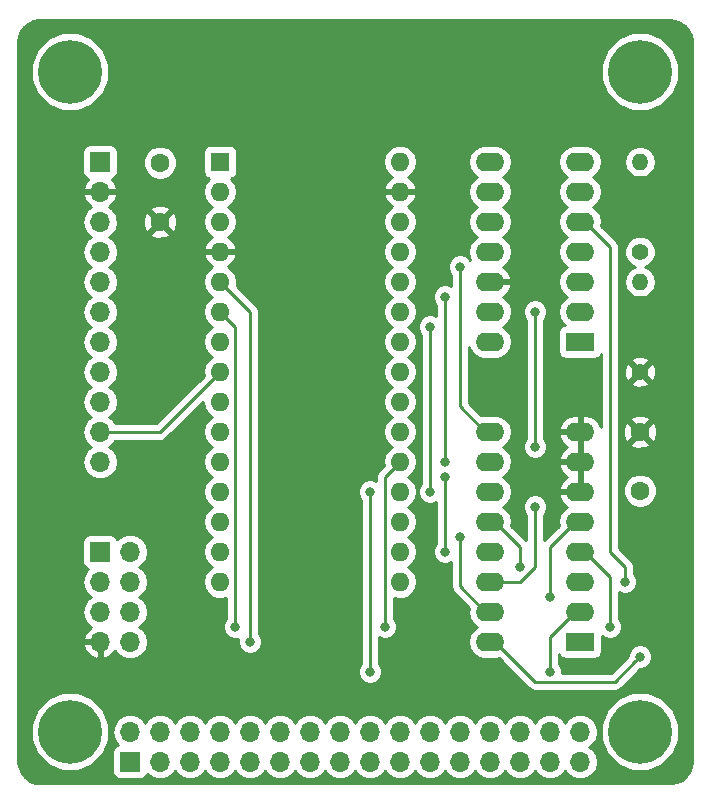
<source format=gbr>
G04 #@! TF.GenerationSoftware,KiCad,Pcbnew,5.0.2+dfsg1-1*
G04 #@! TF.CreationDate,2021-12-24T09:44:01+00:00*
G04 #@! TF.ProjectId,wy-50-keyboard-adaptor,77792d35-302d-46b6-9579-626f6172642d,rev?*
G04 #@! TF.SameCoordinates,Original*
G04 #@! TF.FileFunction,Copper,L2,Bot*
G04 #@! TF.FilePolarity,Positive*
%FSLAX46Y46*%
G04 Gerber Fmt 4.6, Leading zero omitted, Abs format (unit mm)*
G04 Created by KiCad (PCBNEW 5.0.2+dfsg1-1) date Fri 24 Dec 2021 09:44:01 AM GMT*
%MOMM*%
%LPD*%
G01*
G04 APERTURE LIST*
G04 #@! TA.AperFunction,ComponentPad*
%ADD10C,0.800000*%
G04 #@! TD*
G04 #@! TA.AperFunction,ComponentPad*
%ADD11C,5.400000*%
G04 #@! TD*
G04 #@! TA.AperFunction,ComponentPad*
%ADD12R,1.600000X1.600000*%
G04 #@! TD*
G04 #@! TA.AperFunction,ComponentPad*
%ADD13O,1.600000X1.600000*%
G04 #@! TD*
G04 #@! TA.AperFunction,ComponentPad*
%ADD14C,1.600000*%
G04 #@! TD*
G04 #@! TA.AperFunction,ComponentPad*
%ADD15R,1.700000X1.700000*%
G04 #@! TD*
G04 #@! TA.AperFunction,ComponentPad*
%ADD16O,1.700000X1.700000*%
G04 #@! TD*
G04 #@! TA.AperFunction,ComponentPad*
%ADD17C,1.400000*%
G04 #@! TD*
G04 #@! TA.AperFunction,ComponentPad*
%ADD18O,1.400000X1.400000*%
G04 #@! TD*
G04 #@! TA.AperFunction,ComponentPad*
%ADD19R,2.400000X1.600000*%
G04 #@! TD*
G04 #@! TA.AperFunction,ComponentPad*
%ADD20O,2.400000X1.600000*%
G04 #@! TD*
G04 #@! TA.AperFunction,ViaPad*
%ADD21C,0.800000*%
G04 #@! TD*
G04 #@! TA.AperFunction,Conductor*
%ADD22C,0.250000*%
G04 #@! TD*
G04 #@! TA.AperFunction,Conductor*
%ADD23C,0.254000*%
G04 #@! TD*
G04 APERTURE END LIST*
D10*
G04 #@! TO.P,REF\002A\002A,1*
G04 #@! TO.N,N/C*
X137321891Y-134458109D03*
X135890000Y-133865000D03*
X134458109Y-134458109D03*
X133865000Y-135890000D03*
X134458109Y-137321891D03*
X135890000Y-137915000D03*
X137321891Y-137321891D03*
X137915000Y-135890000D03*
D11*
X135890000Y-135890000D03*
G04 #@! TD*
G04 #@! TO.P,REF\002A\002A,1*
G04 #@! TO.N,N/C*
X87630000Y-135890000D03*
D10*
X89655000Y-135890000D03*
X89061891Y-137321891D03*
X87630000Y-137915000D03*
X86198109Y-137321891D03*
X85605000Y-135890000D03*
X86198109Y-134458109D03*
X87630000Y-133865000D03*
X89061891Y-134458109D03*
G04 #@! TD*
D11*
G04 #@! TO.P,REF\002A\002A,1*
G04 #@! TO.N,N/C*
X135890000Y-80010000D03*
D10*
X137915000Y-80010000D03*
X137321891Y-81441891D03*
X135890000Y-82035000D03*
X134458109Y-81441891D03*
X133865000Y-80010000D03*
X134458109Y-78578109D03*
X135890000Y-77985000D03*
X137321891Y-78578109D03*
G04 #@! TD*
D12*
G04 #@! TO.P,A1,1*
G04 #@! TO.N,N/C*
X100330000Y-87630000D03*
D13*
G04 #@! TO.P,A1,17*
X115570000Y-120650000D03*
G04 #@! TO.P,A1,2*
X100330000Y-90170000D03*
G04 #@! TO.P,A1,18*
X115570000Y-118110000D03*
G04 #@! TO.P,A1,3*
X100330000Y-92710000D03*
G04 #@! TO.P,A1,19*
G04 #@! TO.N,ROW6*
X115570000Y-115570000D03*
G04 #@! TO.P,A1,4*
G04 #@! TO.N,KBD2*
X100330000Y-95250000D03*
G04 #@! TO.P,A1,20*
G04 #@! TO.N,ROW7*
X115570000Y-113030000D03*
G04 #@! TO.P,A1,5*
G04 #@! TO.N,PS2CLK*
X100330000Y-97790000D03*
G04 #@! TO.P,A1,21*
G04 #@! TO.N,N/C*
X115570000Y-110490000D03*
G04 #@! TO.P,A1,6*
G04 #@! TO.N,PS2DATA*
X100330000Y-100330000D03*
G04 #@! TO.P,A1,22*
G04 #@! TO.N,N/C*
X115570000Y-107950000D03*
G04 #@! TO.P,A1,7*
G04 #@! TO.N,KBD7*
X100330000Y-102870000D03*
G04 #@! TO.P,A1,23*
G04 #@! TO.N,N/C*
X115570000Y-105410000D03*
G04 #@! TO.P,A1,8*
G04 #@! TO.N,KBD10*
X100330000Y-105410000D03*
G04 #@! TO.P,A1,24*
G04 #@! TO.N,N/C*
X115570000Y-102870000D03*
G04 #@! TO.P,A1,9*
G04 #@! TO.N,KBD8*
X100330000Y-107950000D03*
G04 #@! TO.P,A1,25*
G04 #@! TO.N,N/C*
X115570000Y-100330000D03*
G04 #@! TO.P,A1,10*
G04 #@! TO.N,KBD9*
X100330000Y-110490000D03*
G04 #@! TO.P,A1,26*
G04 #@! TO.N,N/C*
X115570000Y-97790000D03*
G04 #@! TO.P,A1,11*
G04 #@! TO.N,ROW0*
X100330000Y-113030000D03*
G04 #@! TO.P,A1,27*
G04 #@! TO.N,KBD3*
X115570000Y-95250000D03*
G04 #@! TO.P,A1,12*
G04 #@! TO.N,ROW1*
X100330000Y-115570000D03*
G04 #@! TO.P,A1,28*
G04 #@! TO.N,N/C*
X115570000Y-92710000D03*
G04 #@! TO.P,A1,13*
G04 #@! TO.N,ROW2*
X100330000Y-118110000D03*
G04 #@! TO.P,A1,29*
G04 #@! TO.N,KBD2*
X115570000Y-90170000D03*
G04 #@! TO.P,A1,14*
G04 #@! TO.N,ROW3*
X100330000Y-120650000D03*
G04 #@! TO.P,A1,30*
G04 #@! TO.N,N/C*
X115570000Y-87630000D03*
G04 #@! TO.P,A1,15*
G04 #@! TO.N,ROW4*
X100330000Y-123190000D03*
G04 #@! TO.P,A1,16*
G04 #@! TO.N,ROW5*
X115570000Y-123190000D03*
G04 #@! TD*
D14*
G04 #@! TO.P,C1,2*
G04 #@! TO.N,KBD3*
X135890000Y-115490000D03*
G04 #@! TO.P,C1,1*
G04 #@! TO.N,KBD2*
X135890000Y-110490000D03*
G04 #@! TD*
G04 #@! TO.P,C2,1*
G04 #@! TO.N,KBD2*
X95250000Y-92710000D03*
G04 #@! TO.P,C2,2*
G04 #@! TO.N,KBD1*
X95250000Y-87710000D03*
G04 #@! TD*
D15*
G04 #@! TO.P,J1,1*
G04 #@! TO.N,KBD1*
X90170000Y-87630000D03*
D16*
G04 #@! TO.P,J1,2*
G04 #@! TO.N,KBD2*
X90170000Y-90170000D03*
G04 #@! TO.P,J1,3*
G04 #@! TO.N,KBD3*
X90170000Y-92710000D03*
G04 #@! TO.P,J1,4*
G04 #@! TO.N,KBD4*
X90170000Y-95250000D03*
G04 #@! TO.P,J1,5*
G04 #@! TO.N,KBD5*
X90170000Y-97790000D03*
G04 #@! TO.P,J1,6*
G04 #@! TO.N,KBD6*
X90170000Y-100330000D03*
G04 #@! TO.P,J1,7*
G04 #@! TO.N,KBD7*
X90170000Y-102870000D03*
G04 #@! TO.P,J1,8*
G04 #@! TO.N,KBD8*
X90170000Y-105410000D03*
G04 #@! TO.P,J1,9*
G04 #@! TO.N,KBD9*
X90170000Y-107950000D03*
G04 #@! TO.P,J1,10*
G04 #@! TO.N,KBD10*
X90170000Y-110490000D03*
G04 #@! TO.P,J1,11*
G04 #@! TO.N,KBD11*
X90170000Y-113030000D03*
G04 #@! TD*
D15*
G04 #@! TO.P,J2,1*
G04 #@! TO.N,KBD3*
X90170000Y-120650000D03*
D16*
G04 #@! TO.P,J2,2*
G04 #@! TO.N,N/C*
X92710000Y-120650000D03*
G04 #@! TO.P,J2,3*
X90170000Y-123190000D03*
G04 #@! TO.P,J2,4*
X92710000Y-123190000D03*
G04 #@! TO.P,J2,5*
G04 #@! TO.N,PS2DATA*
X90170000Y-125730000D03*
G04 #@! TO.P,J2,6*
G04 #@! TO.N,N/C*
X92710000Y-125730000D03*
G04 #@! TO.P,J2,7*
G04 #@! TO.N,KBD2*
X90170000Y-128270000D03*
G04 #@! TO.P,J2,8*
G04 #@! TO.N,PS2CLK*
X92710000Y-128270000D03*
G04 #@! TD*
D17*
G04 #@! TO.P,R1,1*
G04 #@! TO.N,Net-(R1-Pad1)*
X135890000Y-95250000D03*
D18*
G04 #@! TO.P,R1,2*
G04 #@! TO.N,KBD3*
X135890000Y-87630000D03*
G04 #@! TD*
G04 #@! TO.P,R2,2*
G04 #@! TO.N,Net-(R1-Pad1)*
X135890000Y-97790000D03*
D17*
G04 #@! TO.P,R2,1*
G04 #@! TO.N,KBD2*
X135890000Y-105410000D03*
G04 #@! TD*
D19*
G04 #@! TO.P,U1,1*
G04 #@! TO.N,N/C*
X130810000Y-102870000D03*
D20*
G04 #@! TO.P,U1,8*
X123190000Y-87630000D03*
G04 #@! TO.P,U1,2*
G04 #@! TO.N,KBD11*
X130810000Y-100330000D03*
G04 #@! TO.P,U1,9*
G04 #@! TO.N,N/C*
X123190000Y-90170000D03*
G04 #@! TO.P,U1,3*
G04 #@! TO.N,KBD3*
X130810000Y-97790000D03*
G04 #@! TO.P,U1,10*
G04 #@! TO.N,N/C*
X123190000Y-92710000D03*
G04 #@! TO.P,U1,4*
G04 #@! TO.N,Net-(R1-Pad1)*
X130810000Y-95250000D03*
G04 #@! TO.P,U1,11*
G04 #@! TO.N,N/C*
X123190000Y-95250000D03*
G04 #@! TO.P,U1,5*
G04 #@! TO.N,Net-(U1-Pad5)*
X130810000Y-92710000D03*
G04 #@! TO.P,U1,12*
G04 #@! TO.N,KBD2*
X123190000Y-97790000D03*
G04 #@! TO.P,U1,6*
G04 #@! TO.N,N/C*
X130810000Y-90170000D03*
G04 #@! TO.P,U1,13*
X123190000Y-100330000D03*
G04 #@! TO.P,U1,7*
X130810000Y-87630000D03*
G04 #@! TO.P,U1,14*
X123190000Y-102870000D03*
G04 #@! TD*
D19*
G04 #@! TO.P,U2,1*
G04 #@! TO.N,ROW4*
X130810000Y-128270000D03*
D20*
G04 #@! TO.P,U2,9*
G04 #@! TO.N,KBD4*
X123190000Y-110490000D03*
G04 #@! TO.P,U2,2*
G04 #@! TO.N,ROW6*
X130810000Y-125730000D03*
G04 #@! TO.P,U2,10*
G04 #@! TO.N,KBD5*
X123190000Y-113030000D03*
G04 #@! TO.P,U2,3*
G04 #@! TO.N,Net-(U1-Pad5)*
X130810000Y-123190000D03*
G04 #@! TO.P,U2,11*
G04 #@! TO.N,KBD6*
X123190000Y-115570000D03*
G04 #@! TO.P,U2,4*
G04 #@! TO.N,ROW7*
X130810000Y-120650000D03*
G04 #@! TO.P,U2,12*
G04 #@! TO.N,ROW3*
X123190000Y-118110000D03*
G04 #@! TO.P,U2,5*
G04 #@! TO.N,ROW5*
X130810000Y-118110000D03*
G04 #@! TO.P,U2,13*
G04 #@! TO.N,ROW0*
X123190000Y-120650000D03*
G04 #@! TO.P,U2,6*
G04 #@! TO.N,KBD2*
X130810000Y-115570000D03*
G04 #@! TO.P,U2,14*
G04 #@! TO.N,ROW1*
X123190000Y-123190000D03*
G04 #@! TO.P,U2,7*
G04 #@! TO.N,KBD2*
X130810000Y-113030000D03*
G04 #@! TO.P,U2,15*
G04 #@! TO.N,ROW2*
X123190000Y-125730000D03*
G04 #@! TO.P,U2,8*
G04 #@! TO.N,KBD2*
X130810000Y-110490000D03*
G04 #@! TO.P,U2,16*
G04 #@! TO.N,KBD3*
X123190000Y-128270000D03*
G04 #@! TD*
D10*
G04 #@! TO.P,REF\002A\002A,1*
G04 #@! TO.N,N/C*
X89061891Y-78578109D03*
X87630000Y-77985000D03*
X86198109Y-78578109D03*
X85605000Y-80010000D03*
X86198109Y-81441891D03*
X87630000Y-82035000D03*
X89061891Y-81441891D03*
X89655000Y-80010000D03*
D11*
X87630000Y-80010000D03*
G04 #@! TD*
D16*
G04 #@! TO.P,REF\002A\002A,32*
G04 #@! TO.N,N/C*
X130810000Y-135890000D03*
G04 #@! TO.P,REF\002A\002A,31*
X130810000Y-138430000D03*
G04 #@! TO.P,REF\002A\002A,30*
X128270000Y-135890000D03*
G04 #@! TO.P,REF\002A\002A,29*
X128270000Y-138430000D03*
G04 #@! TO.P,REF\002A\002A,28*
X125730000Y-135890000D03*
G04 #@! TO.P,REF\002A\002A,27*
X125730000Y-138430000D03*
G04 #@! TO.P,REF\002A\002A,26*
X123190000Y-135890000D03*
G04 #@! TO.P,REF\002A\002A,25*
X123190000Y-138430000D03*
G04 #@! TO.P,REF\002A\002A,24*
X120650000Y-135890000D03*
G04 #@! TO.P,REF\002A\002A,23*
X120650000Y-138430000D03*
G04 #@! TO.P,REF\002A\002A,22*
X118110000Y-135890000D03*
G04 #@! TO.P,REF\002A\002A,21*
X118110000Y-138430000D03*
G04 #@! TO.P,REF\002A\002A,20*
X115570000Y-135890000D03*
G04 #@! TO.P,REF\002A\002A,19*
X115570000Y-138430000D03*
G04 #@! TO.P,REF\002A\002A,18*
X113030000Y-135890000D03*
G04 #@! TO.P,REF\002A\002A,17*
X113030000Y-138430000D03*
G04 #@! TO.P,REF\002A\002A,16*
X110490000Y-135890000D03*
G04 #@! TO.P,REF\002A\002A,15*
X110490000Y-138430000D03*
G04 #@! TO.P,REF\002A\002A,14*
X107950000Y-135890000D03*
G04 #@! TO.P,REF\002A\002A,13*
X107950000Y-138430000D03*
G04 #@! TO.P,REF\002A\002A,12*
X105410000Y-135890000D03*
G04 #@! TO.P,REF\002A\002A,11*
X105410000Y-138430000D03*
G04 #@! TO.P,REF\002A\002A,10*
X102870000Y-135890000D03*
G04 #@! TO.P,REF\002A\002A,9*
X102870000Y-138430000D03*
G04 #@! TO.P,REF\002A\002A,8*
X100330000Y-135890000D03*
G04 #@! TO.P,REF\002A\002A,7*
X100330000Y-138430000D03*
G04 #@! TO.P,REF\002A\002A,6*
X97790000Y-135890000D03*
G04 #@! TO.P,REF\002A\002A,5*
X97790000Y-138430000D03*
G04 #@! TO.P,REF\002A\002A,4*
X95250000Y-135890000D03*
G04 #@! TO.P,REF\002A\002A,3*
X95250000Y-138430000D03*
G04 #@! TO.P,REF\002A\002A,2*
X92710000Y-135890000D03*
D15*
G04 #@! TO.P,REF\002A\002A,1*
X92710000Y-138430000D03*
G04 #@! TD*
D21*
G04 #@! TO.N,ROW6*
X128270000Y-130810000D03*
X113030000Y-130810000D03*
X113030000Y-115570000D03*
G04 #@! TO.N,ROW7*
X114300000Y-127000000D03*
X133350000Y-127000000D03*
G04 #@! TO.N,PS2CLK*
X102870000Y-128270000D03*
G04 #@! TO.N,PS2DATA*
X101600000Y-127000000D03*
G04 #@! TO.N,ROW0*
X119380000Y-114300000D03*
X119380000Y-120650000D03*
G04 #@! TO.N,KBD3*
X135890000Y-129540000D03*
G04 #@! TO.N,ROW1*
X127000000Y-116840000D03*
G04 #@! TO.N,ROW2*
X120650000Y-119380000D03*
G04 #@! TO.N,ROW3*
X125730000Y-121920000D03*
G04 #@! TO.N,ROW5*
X128270000Y-124460000D03*
G04 #@! TO.N,KBD4*
X120650000Y-96520000D03*
G04 #@! TO.N,KBD5*
X119380000Y-99060000D03*
X119380000Y-113030000D03*
G04 #@! TO.N,KBD6*
X118110000Y-101600000D03*
X118110000Y-115570000D03*
G04 #@! TO.N,KBD11*
X127000000Y-111760000D03*
X127000000Y-100330000D03*
G04 #@! TO.N,Net-(U1-Pad5)*
X134620000Y-123190000D03*
G04 #@! TD*
D22*
G04 #@! TO.N,ROW6*
X128270000Y-128224998D02*
X128270000Y-130810000D01*
X128270000Y-127870000D02*
X128270000Y-128224998D01*
X130810000Y-125730000D02*
X130410000Y-125730000D01*
X130410000Y-125730000D02*
X128270000Y-127870000D01*
X113030000Y-130810000D02*
X113030000Y-115570000D01*
G04 #@! TO.N,ROW7*
X115570000Y-113030000D02*
X114300000Y-114300000D01*
X114300000Y-114300000D02*
X114300000Y-127000000D01*
X133350000Y-122790000D02*
X131210000Y-120650000D01*
X131210000Y-120650000D02*
X130810000Y-120650000D01*
X133350000Y-127000000D02*
X133350000Y-122790000D01*
G04 #@! TO.N,PS2CLK*
X102870000Y-100330000D02*
X100330000Y-97790000D01*
X102870000Y-128270000D02*
X102870000Y-100330000D01*
G04 #@! TO.N,PS2DATA*
X101600000Y-101600000D02*
X100330000Y-100330000D01*
X101600000Y-127000000D02*
X101600000Y-101600000D01*
G04 #@! TO.N,KBD10*
X95250000Y-110490000D02*
X100330000Y-105410000D01*
X90170000Y-110490000D02*
X95250000Y-110490000D01*
G04 #@! TO.N,ROW0*
X119380000Y-114300000D02*
X119380000Y-120650000D01*
G04 #@! TO.N,KBD3*
X123590000Y-128270000D02*
X123190000Y-128270000D01*
X123590000Y-128270000D02*
X127000000Y-131680000D01*
X135490001Y-129939999D02*
X135890000Y-129540000D01*
X133750000Y-131680000D02*
X135490001Y-129939999D01*
X127000000Y-131680000D02*
X133750000Y-131680000D01*
G04 #@! TO.N,ROW1*
X127000000Y-116840000D02*
X127000000Y-121920000D01*
X125730000Y-123190000D02*
X123190000Y-123190000D01*
X127000000Y-121920000D02*
X125730000Y-123190000D01*
G04 #@! TO.N,ROW2*
X122790000Y-125730000D02*
X123190000Y-125730000D01*
X120650000Y-123590000D02*
X122790000Y-125730000D01*
X120650000Y-119380000D02*
X120650000Y-123590000D01*
G04 #@! TO.N,ROW3*
X123590000Y-118110000D02*
X123190000Y-118110000D01*
X125730000Y-120250000D02*
X123590000Y-118110000D01*
X125730000Y-121920000D02*
X125730000Y-120250000D01*
G04 #@! TO.N,ROW5*
X128270000Y-120250000D02*
X130410000Y-118110000D01*
X130410000Y-118110000D02*
X130810000Y-118110000D01*
X128270000Y-124460000D02*
X128270000Y-120250000D01*
G04 #@! TO.N,KBD4*
X120650000Y-108350000D02*
X122790000Y-110490000D01*
X122790000Y-110490000D02*
X123190000Y-110490000D01*
X120650000Y-96520000D02*
X120650000Y-108350000D01*
G04 #@! TO.N,KBD5*
X119380000Y-99060000D02*
X119380000Y-113030000D01*
G04 #@! TO.N,KBD6*
X118110000Y-101600000D02*
X118110000Y-115570000D01*
G04 #@! TO.N,KBD11*
X127000000Y-111760000D02*
X127000000Y-100330000D01*
G04 #@! TO.N,Net-(U1-Pad5)*
X131210000Y-92710000D02*
X133350000Y-94850000D01*
X130810000Y-92710000D02*
X131210000Y-92710000D01*
X133350000Y-94850000D02*
X133350000Y-120650000D01*
X133350000Y-120650000D02*
X134620000Y-121920000D01*
X134620000Y-121920000D02*
X134620000Y-123190000D01*
G04 #@! TD*
D23*
G04 #@! TO.N,KBD2*
G36*
X138883698Y-75702958D02*
X139308893Y-75871305D01*
X139678858Y-76140101D01*
X139970356Y-76492462D01*
X140165067Y-76906244D01*
X140257093Y-77388662D01*
X140260000Y-77481164D01*
X140260001Y-138385326D01*
X140197042Y-138883699D01*
X140028697Y-139308889D01*
X139759899Y-139678859D01*
X139407541Y-139970355D01*
X138993756Y-140165067D01*
X138511339Y-140257093D01*
X138418836Y-140260000D01*
X85134667Y-140260000D01*
X84636301Y-140197042D01*
X84211111Y-140028697D01*
X83841141Y-139759899D01*
X83549645Y-139407541D01*
X83354933Y-138993756D01*
X83262907Y-138511339D01*
X83260000Y-138418836D01*
X83260000Y-135226627D01*
X84295000Y-135226627D01*
X84295000Y-136553373D01*
X84802723Y-137779126D01*
X85740874Y-138717277D01*
X86966627Y-139225000D01*
X88293373Y-139225000D01*
X89519126Y-138717277D01*
X90457277Y-137779126D01*
X90965000Y-136553373D01*
X90965000Y-135890000D01*
X91195908Y-135890000D01*
X91311161Y-136469418D01*
X91639375Y-136960625D01*
X91657619Y-136972816D01*
X91612235Y-136981843D01*
X91402191Y-137122191D01*
X91261843Y-137332235D01*
X91212560Y-137580000D01*
X91212560Y-139280000D01*
X91261843Y-139527765D01*
X91402191Y-139737809D01*
X91612235Y-139878157D01*
X91860000Y-139927440D01*
X93560000Y-139927440D01*
X93807765Y-139878157D01*
X94017809Y-139737809D01*
X94158157Y-139527765D01*
X94167184Y-139482381D01*
X94179375Y-139500625D01*
X94670582Y-139828839D01*
X95103744Y-139915000D01*
X95396256Y-139915000D01*
X95829418Y-139828839D01*
X96320625Y-139500625D01*
X96520000Y-139202239D01*
X96719375Y-139500625D01*
X97210582Y-139828839D01*
X97643744Y-139915000D01*
X97936256Y-139915000D01*
X98369418Y-139828839D01*
X98860625Y-139500625D01*
X99060000Y-139202239D01*
X99259375Y-139500625D01*
X99750582Y-139828839D01*
X100183744Y-139915000D01*
X100476256Y-139915000D01*
X100909418Y-139828839D01*
X101400625Y-139500625D01*
X101600000Y-139202239D01*
X101799375Y-139500625D01*
X102290582Y-139828839D01*
X102723744Y-139915000D01*
X103016256Y-139915000D01*
X103449418Y-139828839D01*
X103940625Y-139500625D01*
X104140000Y-139202239D01*
X104339375Y-139500625D01*
X104830582Y-139828839D01*
X105263744Y-139915000D01*
X105556256Y-139915000D01*
X105989418Y-139828839D01*
X106480625Y-139500625D01*
X106680000Y-139202239D01*
X106879375Y-139500625D01*
X107370582Y-139828839D01*
X107803744Y-139915000D01*
X108096256Y-139915000D01*
X108529418Y-139828839D01*
X109020625Y-139500625D01*
X109220000Y-139202239D01*
X109419375Y-139500625D01*
X109910582Y-139828839D01*
X110343744Y-139915000D01*
X110636256Y-139915000D01*
X111069418Y-139828839D01*
X111560625Y-139500625D01*
X111760000Y-139202239D01*
X111959375Y-139500625D01*
X112450582Y-139828839D01*
X112883744Y-139915000D01*
X113176256Y-139915000D01*
X113609418Y-139828839D01*
X114100625Y-139500625D01*
X114300000Y-139202239D01*
X114499375Y-139500625D01*
X114990582Y-139828839D01*
X115423744Y-139915000D01*
X115716256Y-139915000D01*
X116149418Y-139828839D01*
X116640625Y-139500625D01*
X116840000Y-139202239D01*
X117039375Y-139500625D01*
X117530582Y-139828839D01*
X117963744Y-139915000D01*
X118256256Y-139915000D01*
X118689418Y-139828839D01*
X119180625Y-139500625D01*
X119380000Y-139202239D01*
X119579375Y-139500625D01*
X120070582Y-139828839D01*
X120503744Y-139915000D01*
X120796256Y-139915000D01*
X121229418Y-139828839D01*
X121720625Y-139500625D01*
X121920000Y-139202239D01*
X122119375Y-139500625D01*
X122610582Y-139828839D01*
X123043744Y-139915000D01*
X123336256Y-139915000D01*
X123769418Y-139828839D01*
X124260625Y-139500625D01*
X124460000Y-139202239D01*
X124659375Y-139500625D01*
X125150582Y-139828839D01*
X125583744Y-139915000D01*
X125876256Y-139915000D01*
X126309418Y-139828839D01*
X126800625Y-139500625D01*
X127000000Y-139202239D01*
X127199375Y-139500625D01*
X127690582Y-139828839D01*
X128123744Y-139915000D01*
X128416256Y-139915000D01*
X128849418Y-139828839D01*
X129340625Y-139500625D01*
X129540000Y-139202239D01*
X129739375Y-139500625D01*
X130230582Y-139828839D01*
X130663744Y-139915000D01*
X130956256Y-139915000D01*
X131389418Y-139828839D01*
X131880625Y-139500625D01*
X132208839Y-139009418D01*
X132324092Y-138430000D01*
X132208839Y-137850582D01*
X131880625Y-137359375D01*
X131582239Y-137160000D01*
X131880625Y-136960625D01*
X132208839Y-136469418D01*
X132324092Y-135890000D01*
X132208839Y-135310582D01*
X132152743Y-135226627D01*
X132555000Y-135226627D01*
X132555000Y-136553373D01*
X133062723Y-137779126D01*
X134000874Y-138717277D01*
X135226627Y-139225000D01*
X136553373Y-139225000D01*
X137779126Y-138717277D01*
X138717277Y-137779126D01*
X139225000Y-136553373D01*
X139225000Y-135226627D01*
X138717277Y-134000874D01*
X137779126Y-133062723D01*
X136553373Y-132555000D01*
X135226627Y-132555000D01*
X134000874Y-133062723D01*
X133062723Y-134000874D01*
X132555000Y-135226627D01*
X132152743Y-135226627D01*
X131880625Y-134819375D01*
X131389418Y-134491161D01*
X130956256Y-134405000D01*
X130663744Y-134405000D01*
X130230582Y-134491161D01*
X129739375Y-134819375D01*
X129540000Y-135117761D01*
X129340625Y-134819375D01*
X128849418Y-134491161D01*
X128416256Y-134405000D01*
X128123744Y-134405000D01*
X127690582Y-134491161D01*
X127199375Y-134819375D01*
X127000000Y-135117761D01*
X126800625Y-134819375D01*
X126309418Y-134491161D01*
X125876256Y-134405000D01*
X125583744Y-134405000D01*
X125150582Y-134491161D01*
X124659375Y-134819375D01*
X124460000Y-135117761D01*
X124260625Y-134819375D01*
X123769418Y-134491161D01*
X123336256Y-134405000D01*
X123043744Y-134405000D01*
X122610582Y-134491161D01*
X122119375Y-134819375D01*
X121920000Y-135117761D01*
X121720625Y-134819375D01*
X121229418Y-134491161D01*
X120796256Y-134405000D01*
X120503744Y-134405000D01*
X120070582Y-134491161D01*
X119579375Y-134819375D01*
X119380000Y-135117761D01*
X119180625Y-134819375D01*
X118689418Y-134491161D01*
X118256256Y-134405000D01*
X117963744Y-134405000D01*
X117530582Y-134491161D01*
X117039375Y-134819375D01*
X116840000Y-135117761D01*
X116640625Y-134819375D01*
X116149418Y-134491161D01*
X115716256Y-134405000D01*
X115423744Y-134405000D01*
X114990582Y-134491161D01*
X114499375Y-134819375D01*
X114300000Y-135117761D01*
X114100625Y-134819375D01*
X113609418Y-134491161D01*
X113176256Y-134405000D01*
X112883744Y-134405000D01*
X112450582Y-134491161D01*
X111959375Y-134819375D01*
X111760000Y-135117761D01*
X111560625Y-134819375D01*
X111069418Y-134491161D01*
X110636256Y-134405000D01*
X110343744Y-134405000D01*
X109910582Y-134491161D01*
X109419375Y-134819375D01*
X109220000Y-135117761D01*
X109020625Y-134819375D01*
X108529418Y-134491161D01*
X108096256Y-134405000D01*
X107803744Y-134405000D01*
X107370582Y-134491161D01*
X106879375Y-134819375D01*
X106680000Y-135117761D01*
X106480625Y-134819375D01*
X105989418Y-134491161D01*
X105556256Y-134405000D01*
X105263744Y-134405000D01*
X104830582Y-134491161D01*
X104339375Y-134819375D01*
X104140000Y-135117761D01*
X103940625Y-134819375D01*
X103449418Y-134491161D01*
X103016256Y-134405000D01*
X102723744Y-134405000D01*
X102290582Y-134491161D01*
X101799375Y-134819375D01*
X101600000Y-135117761D01*
X101400625Y-134819375D01*
X100909418Y-134491161D01*
X100476256Y-134405000D01*
X100183744Y-134405000D01*
X99750582Y-134491161D01*
X99259375Y-134819375D01*
X99060000Y-135117761D01*
X98860625Y-134819375D01*
X98369418Y-134491161D01*
X97936256Y-134405000D01*
X97643744Y-134405000D01*
X97210582Y-134491161D01*
X96719375Y-134819375D01*
X96520000Y-135117761D01*
X96320625Y-134819375D01*
X95829418Y-134491161D01*
X95396256Y-134405000D01*
X95103744Y-134405000D01*
X94670582Y-134491161D01*
X94179375Y-134819375D01*
X93980000Y-135117761D01*
X93780625Y-134819375D01*
X93289418Y-134491161D01*
X92856256Y-134405000D01*
X92563744Y-134405000D01*
X92130582Y-134491161D01*
X91639375Y-134819375D01*
X91311161Y-135310582D01*
X91195908Y-135890000D01*
X90965000Y-135890000D01*
X90965000Y-135226627D01*
X90457277Y-134000874D01*
X89519126Y-133062723D01*
X88293373Y-132555000D01*
X86966627Y-132555000D01*
X85740874Y-133062723D01*
X84802723Y-134000874D01*
X84295000Y-135226627D01*
X83260000Y-135226627D01*
X83260000Y-128626890D01*
X88728524Y-128626890D01*
X88898355Y-129036924D01*
X89288642Y-129465183D01*
X89813108Y-129711486D01*
X90043000Y-129590819D01*
X90043000Y-128397000D01*
X88849845Y-128397000D01*
X88728524Y-128626890D01*
X83260000Y-128626890D01*
X83260000Y-123190000D01*
X88655908Y-123190000D01*
X88771161Y-123769418D01*
X89099375Y-124260625D01*
X89397761Y-124460000D01*
X89099375Y-124659375D01*
X88771161Y-125150582D01*
X88655908Y-125730000D01*
X88771161Y-126309418D01*
X89099375Y-126800625D01*
X89418478Y-127013843D01*
X89288642Y-127074817D01*
X88898355Y-127503076D01*
X88728524Y-127913110D01*
X88849845Y-128143000D01*
X90043000Y-128143000D01*
X90043000Y-128123000D01*
X90297000Y-128123000D01*
X90297000Y-128143000D01*
X90317000Y-128143000D01*
X90317000Y-128397000D01*
X90297000Y-128397000D01*
X90297000Y-129590819D01*
X90526892Y-129711486D01*
X91051358Y-129465183D01*
X91438647Y-129040214D01*
X91639375Y-129340625D01*
X92130582Y-129668839D01*
X92563744Y-129755000D01*
X92856256Y-129755000D01*
X93289418Y-129668839D01*
X93780625Y-129340625D01*
X94108839Y-128849418D01*
X94224092Y-128270000D01*
X94108839Y-127690582D01*
X93780625Y-127199375D01*
X93482239Y-127000000D01*
X93780625Y-126800625D01*
X94108839Y-126309418D01*
X94224092Y-125730000D01*
X94108839Y-125150582D01*
X93780625Y-124659375D01*
X93482239Y-124460000D01*
X93780625Y-124260625D01*
X94108839Y-123769418D01*
X94224092Y-123190000D01*
X94108839Y-122610582D01*
X93780625Y-122119375D01*
X93482239Y-121920000D01*
X93780625Y-121720625D01*
X94108839Y-121229418D01*
X94224092Y-120650000D01*
X94108839Y-120070582D01*
X93780625Y-119579375D01*
X93289418Y-119251161D01*
X92856256Y-119165000D01*
X92563744Y-119165000D01*
X92130582Y-119251161D01*
X91639375Y-119579375D01*
X91627184Y-119597619D01*
X91618157Y-119552235D01*
X91477809Y-119342191D01*
X91267765Y-119201843D01*
X91020000Y-119152560D01*
X89320000Y-119152560D01*
X89072235Y-119201843D01*
X88862191Y-119342191D01*
X88721843Y-119552235D01*
X88672560Y-119800000D01*
X88672560Y-121500000D01*
X88721843Y-121747765D01*
X88862191Y-121957809D01*
X89072235Y-122098157D01*
X89117619Y-122107184D01*
X89099375Y-122119375D01*
X88771161Y-122610582D01*
X88655908Y-123190000D01*
X83260000Y-123190000D01*
X83260000Y-92710000D01*
X88655908Y-92710000D01*
X88771161Y-93289418D01*
X89099375Y-93780625D01*
X89397761Y-93980000D01*
X89099375Y-94179375D01*
X88771161Y-94670582D01*
X88655908Y-95250000D01*
X88771161Y-95829418D01*
X89099375Y-96320625D01*
X89397761Y-96520000D01*
X89099375Y-96719375D01*
X88771161Y-97210582D01*
X88655908Y-97790000D01*
X88771161Y-98369418D01*
X89099375Y-98860625D01*
X89397761Y-99060000D01*
X89099375Y-99259375D01*
X88771161Y-99750582D01*
X88655908Y-100330000D01*
X88771161Y-100909418D01*
X89099375Y-101400625D01*
X89397761Y-101600000D01*
X89099375Y-101799375D01*
X88771161Y-102290582D01*
X88655908Y-102870000D01*
X88771161Y-103449418D01*
X89099375Y-103940625D01*
X89397761Y-104140000D01*
X89099375Y-104339375D01*
X88771161Y-104830582D01*
X88655908Y-105410000D01*
X88771161Y-105989418D01*
X89099375Y-106480625D01*
X89397761Y-106680000D01*
X89099375Y-106879375D01*
X88771161Y-107370582D01*
X88655908Y-107950000D01*
X88771161Y-108529418D01*
X89099375Y-109020625D01*
X89397761Y-109220000D01*
X89099375Y-109419375D01*
X88771161Y-109910582D01*
X88655908Y-110490000D01*
X88771161Y-111069418D01*
X89099375Y-111560625D01*
X89397761Y-111760000D01*
X89099375Y-111959375D01*
X88771161Y-112450582D01*
X88655908Y-113030000D01*
X88771161Y-113609418D01*
X89099375Y-114100625D01*
X89590582Y-114428839D01*
X90023744Y-114515000D01*
X90316256Y-114515000D01*
X90749418Y-114428839D01*
X91240625Y-114100625D01*
X91568839Y-113609418D01*
X91684092Y-113030000D01*
X91568839Y-112450582D01*
X91240625Y-111959375D01*
X90942239Y-111760000D01*
X91240625Y-111560625D01*
X91448178Y-111250000D01*
X95175153Y-111250000D01*
X95250000Y-111264888D01*
X95324847Y-111250000D01*
X95324852Y-111250000D01*
X95546537Y-111205904D01*
X95797929Y-111037929D01*
X95840331Y-110974470D01*
X98867405Y-107947397D01*
X98866887Y-107950000D01*
X98978260Y-108509909D01*
X99295423Y-108984577D01*
X99647758Y-109220000D01*
X99295423Y-109455423D01*
X98978260Y-109930091D01*
X98866887Y-110490000D01*
X98978260Y-111049909D01*
X99295423Y-111524577D01*
X99647758Y-111760000D01*
X99295423Y-111995423D01*
X98978260Y-112470091D01*
X98866887Y-113030000D01*
X98978260Y-113589909D01*
X99295423Y-114064577D01*
X99647758Y-114300000D01*
X99295423Y-114535423D01*
X98978260Y-115010091D01*
X98866887Y-115570000D01*
X98978260Y-116129909D01*
X99295423Y-116604577D01*
X99647758Y-116840000D01*
X99295423Y-117075423D01*
X98978260Y-117550091D01*
X98866887Y-118110000D01*
X98978260Y-118669909D01*
X99295423Y-119144577D01*
X99647758Y-119380000D01*
X99295423Y-119615423D01*
X98978260Y-120090091D01*
X98866887Y-120650000D01*
X98978260Y-121209909D01*
X99295423Y-121684577D01*
X99647758Y-121920000D01*
X99295423Y-122155423D01*
X98978260Y-122630091D01*
X98866887Y-123190000D01*
X98978260Y-123749909D01*
X99295423Y-124224577D01*
X99770091Y-124541740D01*
X100188667Y-124625000D01*
X100471333Y-124625000D01*
X100840000Y-124551668D01*
X100840000Y-126296289D01*
X100722569Y-126413720D01*
X100565000Y-126794126D01*
X100565000Y-127205874D01*
X100722569Y-127586280D01*
X101013720Y-127877431D01*
X101394126Y-128035000D01*
X101805874Y-128035000D01*
X101855595Y-128014405D01*
X101835000Y-128064126D01*
X101835000Y-128475874D01*
X101992569Y-128856280D01*
X102283720Y-129147431D01*
X102664126Y-129305000D01*
X103075874Y-129305000D01*
X103456280Y-129147431D01*
X103747431Y-128856280D01*
X103905000Y-128475874D01*
X103905000Y-128064126D01*
X103747431Y-127683720D01*
X103630000Y-127566289D01*
X103630000Y-115364126D01*
X111995000Y-115364126D01*
X111995000Y-115775874D01*
X112152569Y-116156280D01*
X112270001Y-116273712D01*
X112270000Y-130106289D01*
X112152569Y-130223720D01*
X111995000Y-130604126D01*
X111995000Y-131015874D01*
X112152569Y-131396280D01*
X112443720Y-131687431D01*
X112824126Y-131845000D01*
X113235874Y-131845000D01*
X113616280Y-131687431D01*
X113907431Y-131396280D01*
X114065000Y-131015874D01*
X114065000Y-130604126D01*
X113907431Y-130223720D01*
X113790000Y-130106289D01*
X113790000Y-127909027D01*
X114094126Y-128035000D01*
X114505874Y-128035000D01*
X114886280Y-127877431D01*
X115177431Y-127586280D01*
X115335000Y-127205874D01*
X115335000Y-126794126D01*
X115177431Y-126413720D01*
X115060000Y-126296289D01*
X115060000Y-124551668D01*
X115428667Y-124625000D01*
X115711333Y-124625000D01*
X116129909Y-124541740D01*
X116604577Y-124224577D01*
X116921740Y-123749909D01*
X117033113Y-123190000D01*
X116921740Y-122630091D01*
X116604577Y-122155423D01*
X116252242Y-121920000D01*
X116604577Y-121684577D01*
X116921740Y-121209909D01*
X117033113Y-120650000D01*
X116921740Y-120090091D01*
X116604577Y-119615423D01*
X116252242Y-119380000D01*
X116604577Y-119144577D01*
X116921740Y-118669909D01*
X117033113Y-118110000D01*
X116921740Y-117550091D01*
X116604577Y-117075423D01*
X116252242Y-116840000D01*
X116604577Y-116604577D01*
X116921740Y-116129909D01*
X117033113Y-115570000D01*
X116921740Y-115010091D01*
X116604577Y-114535423D01*
X116252242Y-114300000D01*
X116604577Y-114064577D01*
X116921740Y-113589909D01*
X117033113Y-113030000D01*
X116921740Y-112470091D01*
X116604577Y-111995423D01*
X116252242Y-111760000D01*
X116604577Y-111524577D01*
X116921740Y-111049909D01*
X117033113Y-110490000D01*
X116921740Y-109930091D01*
X116604577Y-109455423D01*
X116252242Y-109220000D01*
X116604577Y-108984577D01*
X116921740Y-108509909D01*
X117033113Y-107950000D01*
X116921740Y-107390091D01*
X116604577Y-106915423D01*
X116252242Y-106680000D01*
X116604577Y-106444577D01*
X116921740Y-105969909D01*
X117033113Y-105410000D01*
X116921740Y-104850091D01*
X116604577Y-104375423D01*
X116252242Y-104140000D01*
X116604577Y-103904577D01*
X116921740Y-103429909D01*
X117033113Y-102870000D01*
X116921740Y-102310091D01*
X116604577Y-101835423D01*
X116252242Y-101600000D01*
X116560353Y-101394126D01*
X117075000Y-101394126D01*
X117075000Y-101805874D01*
X117232569Y-102186280D01*
X117350000Y-102303711D01*
X117350001Y-114866288D01*
X117232569Y-114983720D01*
X117075000Y-115364126D01*
X117075000Y-115775874D01*
X117232569Y-116156280D01*
X117523720Y-116447431D01*
X117904126Y-116605000D01*
X118315874Y-116605000D01*
X118620000Y-116479027D01*
X118620001Y-119946288D01*
X118502569Y-120063720D01*
X118345000Y-120444126D01*
X118345000Y-120855874D01*
X118502569Y-121236280D01*
X118793720Y-121527431D01*
X119174126Y-121685000D01*
X119585874Y-121685000D01*
X119890001Y-121559027D01*
X119890001Y-123515148D01*
X119875112Y-123590000D01*
X119934097Y-123886537D01*
X120054967Y-124067431D01*
X120102072Y-124137929D01*
X120165528Y-124180329D01*
X121391312Y-125406114D01*
X121326887Y-125730000D01*
X121438260Y-126289909D01*
X121755423Y-126764577D01*
X122107758Y-127000000D01*
X121755423Y-127235423D01*
X121438260Y-127710091D01*
X121326887Y-128270000D01*
X121438260Y-128829909D01*
X121755423Y-129304577D01*
X122230091Y-129621740D01*
X122648667Y-129705000D01*
X123731333Y-129705000D01*
X123913887Y-129668688D01*
X126409671Y-132164473D01*
X126452071Y-132227929D01*
X126703463Y-132395904D01*
X126925148Y-132440000D01*
X126925152Y-132440000D01*
X126999999Y-132454888D01*
X127074846Y-132440000D01*
X133675153Y-132440000D01*
X133750000Y-132454888D01*
X133824847Y-132440000D01*
X133824852Y-132440000D01*
X134046537Y-132395904D01*
X134297929Y-132227929D01*
X134340331Y-132164470D01*
X135929802Y-130575000D01*
X136095874Y-130575000D01*
X136476280Y-130417431D01*
X136767431Y-130126280D01*
X136925000Y-129745874D01*
X136925000Y-129334126D01*
X136767431Y-128953720D01*
X136476280Y-128662569D01*
X136095874Y-128505000D01*
X135684126Y-128505000D01*
X135303720Y-128662569D01*
X135012569Y-128953720D01*
X134855000Y-129334126D01*
X134855000Y-129500198D01*
X133435199Y-130920000D01*
X129305000Y-130920000D01*
X129305000Y-130604126D01*
X129147431Y-130223720D01*
X129030000Y-130106289D01*
X129030000Y-129344939D01*
X129152191Y-129527809D01*
X129362235Y-129668157D01*
X129610000Y-129717440D01*
X132010000Y-129717440D01*
X132257765Y-129668157D01*
X132467809Y-129527809D01*
X132608157Y-129317765D01*
X132657440Y-129070000D01*
X132657440Y-127771151D01*
X132763720Y-127877431D01*
X133144126Y-128035000D01*
X133555874Y-128035000D01*
X133936280Y-127877431D01*
X134227431Y-127586280D01*
X134385000Y-127205874D01*
X134385000Y-126794126D01*
X134227431Y-126413720D01*
X134110000Y-126296289D01*
X134110000Y-124099027D01*
X134414126Y-124225000D01*
X134825874Y-124225000D01*
X135206280Y-124067431D01*
X135497431Y-123776280D01*
X135655000Y-123395874D01*
X135655000Y-122984126D01*
X135497431Y-122603720D01*
X135380000Y-122486289D01*
X135380000Y-121994846D01*
X135394888Y-121919999D01*
X135380000Y-121845152D01*
X135380000Y-121845148D01*
X135335904Y-121623463D01*
X135167929Y-121372071D01*
X135104473Y-121329671D01*
X134110000Y-120335199D01*
X134110000Y-115204561D01*
X134455000Y-115204561D01*
X134455000Y-115775439D01*
X134673466Y-116302862D01*
X135077138Y-116706534D01*
X135604561Y-116925000D01*
X136175439Y-116925000D01*
X136702862Y-116706534D01*
X137106534Y-116302862D01*
X137325000Y-115775439D01*
X137325000Y-115204561D01*
X137106534Y-114677138D01*
X136702862Y-114273466D01*
X136175439Y-114055000D01*
X135604561Y-114055000D01*
X135077138Y-114273466D01*
X134673466Y-114677138D01*
X134455000Y-115204561D01*
X134110000Y-115204561D01*
X134110000Y-111497745D01*
X135061861Y-111497745D01*
X135135995Y-111743864D01*
X135673223Y-111936965D01*
X136243454Y-111909778D01*
X136644005Y-111743864D01*
X136718139Y-111497745D01*
X135890000Y-110669605D01*
X135061861Y-111497745D01*
X134110000Y-111497745D01*
X134110000Y-110273223D01*
X134443035Y-110273223D01*
X134470222Y-110843454D01*
X134636136Y-111244005D01*
X134882255Y-111318139D01*
X135710395Y-110490000D01*
X136069605Y-110490000D01*
X136897745Y-111318139D01*
X137143864Y-111244005D01*
X137336965Y-110706777D01*
X137309778Y-110136546D01*
X137143864Y-109735995D01*
X136897745Y-109661861D01*
X136069605Y-110490000D01*
X135710395Y-110490000D01*
X134882255Y-109661861D01*
X134636136Y-109735995D01*
X134443035Y-110273223D01*
X134110000Y-110273223D01*
X134110000Y-109482255D01*
X135061861Y-109482255D01*
X135890000Y-110310395D01*
X136718139Y-109482255D01*
X136644005Y-109236136D01*
X136106777Y-109043035D01*
X135536546Y-109070222D01*
X135135995Y-109236136D01*
X135061861Y-109482255D01*
X134110000Y-109482255D01*
X134110000Y-106345275D01*
X135134331Y-106345275D01*
X135196169Y-106581042D01*
X135697122Y-106757419D01*
X136227440Y-106728664D01*
X136583831Y-106581042D01*
X136645669Y-106345275D01*
X135890000Y-105589605D01*
X135134331Y-106345275D01*
X134110000Y-106345275D01*
X134110000Y-105217122D01*
X134542581Y-105217122D01*
X134571336Y-105747440D01*
X134718958Y-106103831D01*
X134954725Y-106165669D01*
X135710395Y-105410000D01*
X136069605Y-105410000D01*
X136825275Y-106165669D01*
X137061042Y-106103831D01*
X137237419Y-105602878D01*
X137208664Y-105072560D01*
X137061042Y-104716169D01*
X136825275Y-104654331D01*
X136069605Y-105410000D01*
X135710395Y-105410000D01*
X134954725Y-104654331D01*
X134718958Y-104716169D01*
X134542581Y-105217122D01*
X134110000Y-105217122D01*
X134110000Y-104474725D01*
X135134331Y-104474725D01*
X135890000Y-105230395D01*
X136645669Y-104474725D01*
X136583831Y-104238958D01*
X136082878Y-104062581D01*
X135552560Y-104091336D01*
X135196169Y-104238958D01*
X135134331Y-104474725D01*
X134110000Y-104474725D01*
X134110000Y-97790000D01*
X134528846Y-97790000D01*
X134632458Y-98310891D01*
X134927519Y-98752481D01*
X135369109Y-99047542D01*
X135758515Y-99125000D01*
X136021485Y-99125000D01*
X136410891Y-99047542D01*
X136852481Y-98752481D01*
X137147542Y-98310891D01*
X137251154Y-97790000D01*
X137147542Y-97269109D01*
X136852481Y-96827519D01*
X136410891Y-96532458D01*
X136324082Y-96515191D01*
X136646217Y-96381758D01*
X137021758Y-96006217D01*
X137225000Y-95515548D01*
X137225000Y-94984452D01*
X137021758Y-94493783D01*
X136646217Y-94118242D01*
X136155548Y-93915000D01*
X135624452Y-93915000D01*
X135133783Y-94118242D01*
X134758242Y-94493783D01*
X134555000Y-94984452D01*
X134555000Y-95515548D01*
X134758242Y-96006217D01*
X135133783Y-96381758D01*
X135455918Y-96515191D01*
X135369109Y-96532458D01*
X134927519Y-96827519D01*
X134632458Y-97269109D01*
X134528846Y-97790000D01*
X134110000Y-97790000D01*
X134110000Y-94924846D01*
X134124888Y-94849999D01*
X134110000Y-94775152D01*
X134110000Y-94775148D01*
X134065904Y-94553463D01*
X133897929Y-94302071D01*
X133834473Y-94259671D01*
X132608688Y-93033886D01*
X132673113Y-92710000D01*
X132561740Y-92150091D01*
X132244577Y-91675423D01*
X131892242Y-91440000D01*
X132244577Y-91204577D01*
X132561740Y-90729909D01*
X132673113Y-90170000D01*
X132561740Y-89610091D01*
X132244577Y-89135423D01*
X131892242Y-88900000D01*
X132244577Y-88664577D01*
X132561740Y-88189909D01*
X132673113Y-87630000D01*
X134528846Y-87630000D01*
X134632458Y-88150891D01*
X134927519Y-88592481D01*
X135369109Y-88887542D01*
X135758515Y-88965000D01*
X136021485Y-88965000D01*
X136410891Y-88887542D01*
X136852481Y-88592481D01*
X137147542Y-88150891D01*
X137251154Y-87630000D01*
X137147542Y-87109109D01*
X136852481Y-86667519D01*
X136410891Y-86372458D01*
X136021485Y-86295000D01*
X135758515Y-86295000D01*
X135369109Y-86372458D01*
X134927519Y-86667519D01*
X134632458Y-87109109D01*
X134528846Y-87630000D01*
X132673113Y-87630000D01*
X132561740Y-87070091D01*
X132244577Y-86595423D01*
X131769909Y-86278260D01*
X131351333Y-86195000D01*
X130268667Y-86195000D01*
X129850091Y-86278260D01*
X129375423Y-86595423D01*
X129058260Y-87070091D01*
X128946887Y-87630000D01*
X129058260Y-88189909D01*
X129375423Y-88664577D01*
X129727758Y-88900000D01*
X129375423Y-89135423D01*
X129058260Y-89610091D01*
X128946887Y-90170000D01*
X129058260Y-90729909D01*
X129375423Y-91204577D01*
X129727758Y-91440000D01*
X129375423Y-91675423D01*
X129058260Y-92150091D01*
X128946887Y-92710000D01*
X129058260Y-93269909D01*
X129375423Y-93744577D01*
X129727758Y-93980000D01*
X129375423Y-94215423D01*
X129058260Y-94690091D01*
X128946887Y-95250000D01*
X129058260Y-95809909D01*
X129375423Y-96284577D01*
X129727758Y-96520000D01*
X129375423Y-96755423D01*
X129058260Y-97230091D01*
X128946887Y-97790000D01*
X129058260Y-98349909D01*
X129375423Y-98824577D01*
X129727758Y-99060000D01*
X129375423Y-99295423D01*
X129058260Y-99770091D01*
X128946887Y-100330000D01*
X129058260Y-100889909D01*
X129375423Y-101364577D01*
X129496106Y-101445215D01*
X129362235Y-101471843D01*
X129152191Y-101612191D01*
X129011843Y-101822235D01*
X128962560Y-102070000D01*
X128962560Y-103670000D01*
X129011843Y-103917765D01*
X129152191Y-104127809D01*
X129362235Y-104268157D01*
X129610000Y-104317440D01*
X132010000Y-104317440D01*
X132257765Y-104268157D01*
X132467809Y-104127809D01*
X132590000Y-103944938D01*
X132590001Y-110084773D01*
X132584367Y-110058181D01*
X132314500Y-109565104D01*
X131876483Y-109212834D01*
X131337000Y-109055000D01*
X130937000Y-109055000D01*
X130937000Y-110363000D01*
X130957000Y-110363000D01*
X130957000Y-110617000D01*
X130937000Y-110617000D01*
X130937000Y-112903000D01*
X130957000Y-112903000D01*
X130957000Y-113157000D01*
X130937000Y-113157000D01*
X130937000Y-115443000D01*
X130957000Y-115443000D01*
X130957000Y-115697000D01*
X130937000Y-115697000D01*
X130937000Y-115717000D01*
X130683000Y-115717000D01*
X130683000Y-115697000D01*
X129140085Y-115697000D01*
X129018096Y-115919039D01*
X129035633Y-116001819D01*
X129305500Y-116494896D01*
X129731499Y-116837501D01*
X129375423Y-117075423D01*
X129058260Y-117550091D01*
X128946887Y-118110000D01*
X129011312Y-118433886D01*
X127785528Y-119659671D01*
X127760000Y-119676728D01*
X127760000Y-117543711D01*
X127877431Y-117426280D01*
X128035000Y-117045874D01*
X128035000Y-116634126D01*
X127877431Y-116253720D01*
X127586280Y-115962569D01*
X127205874Y-115805000D01*
X126794126Y-115805000D01*
X126413720Y-115962569D01*
X126122569Y-116253720D01*
X125965000Y-116634126D01*
X125965000Y-117045874D01*
X126122569Y-117426280D01*
X126240000Y-117543711D01*
X126240001Y-119676728D01*
X126214473Y-119659671D01*
X124988688Y-118433886D01*
X125053113Y-118110000D01*
X124941740Y-117550091D01*
X124624577Y-117075423D01*
X124272242Y-116840000D01*
X124624577Y-116604577D01*
X124941740Y-116129909D01*
X125053113Y-115570000D01*
X124941740Y-115010091D01*
X124624577Y-114535423D01*
X124272242Y-114300000D01*
X124624577Y-114064577D01*
X124941740Y-113589909D01*
X124983684Y-113379039D01*
X129018096Y-113379039D01*
X129035633Y-113461819D01*
X129305500Y-113954896D01*
X129734607Y-114300000D01*
X129305500Y-114645104D01*
X129035633Y-115138181D01*
X129018096Y-115220961D01*
X129140085Y-115443000D01*
X130683000Y-115443000D01*
X130683000Y-113157000D01*
X129140085Y-113157000D01*
X129018096Y-113379039D01*
X124983684Y-113379039D01*
X125053113Y-113030000D01*
X124941740Y-112470091D01*
X124624577Y-111995423D01*
X124272242Y-111760000D01*
X124624577Y-111524577D01*
X124941740Y-111049909D01*
X125053113Y-110490000D01*
X124941740Y-109930091D01*
X124624577Y-109455423D01*
X124149909Y-109138260D01*
X123731333Y-109055000D01*
X122648667Y-109055000D01*
X122466114Y-109091312D01*
X121410000Y-108035199D01*
X121410000Y-103287837D01*
X121438260Y-103429909D01*
X121755423Y-103904577D01*
X122230091Y-104221740D01*
X122648667Y-104305000D01*
X123731333Y-104305000D01*
X124149909Y-104221740D01*
X124624577Y-103904577D01*
X124941740Y-103429909D01*
X125053113Y-102870000D01*
X124941740Y-102310091D01*
X124624577Y-101835423D01*
X124272242Y-101600000D01*
X124624577Y-101364577D01*
X124941740Y-100889909D01*
X125053113Y-100330000D01*
X125012163Y-100124126D01*
X125965000Y-100124126D01*
X125965000Y-100535874D01*
X126122569Y-100916280D01*
X126240001Y-101033712D01*
X126240000Y-111056289D01*
X126122569Y-111173720D01*
X125965000Y-111554126D01*
X125965000Y-111965874D01*
X126122569Y-112346280D01*
X126413720Y-112637431D01*
X126794126Y-112795000D01*
X127205874Y-112795000D01*
X127586280Y-112637431D01*
X127877431Y-112346280D01*
X128035000Y-111965874D01*
X128035000Y-111554126D01*
X127877431Y-111173720D01*
X127760000Y-111056289D01*
X127760000Y-110839039D01*
X129018096Y-110839039D01*
X129035633Y-110921819D01*
X129305500Y-111414896D01*
X129734607Y-111760000D01*
X129305500Y-112105104D01*
X129035633Y-112598181D01*
X129018096Y-112680961D01*
X129140085Y-112903000D01*
X130683000Y-112903000D01*
X130683000Y-110617000D01*
X129140085Y-110617000D01*
X129018096Y-110839039D01*
X127760000Y-110839039D01*
X127760000Y-110140961D01*
X129018096Y-110140961D01*
X129140085Y-110363000D01*
X130683000Y-110363000D01*
X130683000Y-109055000D01*
X130283000Y-109055000D01*
X129743517Y-109212834D01*
X129305500Y-109565104D01*
X129035633Y-110058181D01*
X129018096Y-110140961D01*
X127760000Y-110140961D01*
X127760000Y-101033711D01*
X127877431Y-100916280D01*
X128035000Y-100535874D01*
X128035000Y-100124126D01*
X127877431Y-99743720D01*
X127586280Y-99452569D01*
X127205874Y-99295000D01*
X126794126Y-99295000D01*
X126413720Y-99452569D01*
X126122569Y-99743720D01*
X125965000Y-100124126D01*
X125012163Y-100124126D01*
X124941740Y-99770091D01*
X124624577Y-99295423D01*
X124268501Y-99057501D01*
X124694500Y-98714896D01*
X124964367Y-98221819D01*
X124981904Y-98139039D01*
X124859915Y-97917000D01*
X123317000Y-97917000D01*
X123317000Y-97937000D01*
X123063000Y-97937000D01*
X123063000Y-97917000D01*
X123043000Y-97917000D01*
X123043000Y-97663000D01*
X123063000Y-97663000D01*
X123063000Y-97643000D01*
X123317000Y-97643000D01*
X123317000Y-97663000D01*
X124859915Y-97663000D01*
X124981904Y-97440961D01*
X124964367Y-97358181D01*
X124694500Y-96865104D01*
X124268501Y-96522499D01*
X124624577Y-96284577D01*
X124941740Y-95809909D01*
X125053113Y-95250000D01*
X124941740Y-94690091D01*
X124624577Y-94215423D01*
X124272242Y-93980000D01*
X124624577Y-93744577D01*
X124941740Y-93269909D01*
X125053113Y-92710000D01*
X124941740Y-92150091D01*
X124624577Y-91675423D01*
X124272242Y-91440000D01*
X124624577Y-91204577D01*
X124941740Y-90729909D01*
X125053113Y-90170000D01*
X124941740Y-89610091D01*
X124624577Y-89135423D01*
X124272242Y-88900000D01*
X124624577Y-88664577D01*
X124941740Y-88189909D01*
X125053113Y-87630000D01*
X124941740Y-87070091D01*
X124624577Y-86595423D01*
X124149909Y-86278260D01*
X123731333Y-86195000D01*
X122648667Y-86195000D01*
X122230091Y-86278260D01*
X121755423Y-86595423D01*
X121438260Y-87070091D01*
X121326887Y-87630000D01*
X121438260Y-88189909D01*
X121755423Y-88664577D01*
X122107758Y-88900000D01*
X121755423Y-89135423D01*
X121438260Y-89610091D01*
X121326887Y-90170000D01*
X121438260Y-90729909D01*
X121755423Y-91204577D01*
X122107758Y-91440000D01*
X121755423Y-91675423D01*
X121438260Y-92150091D01*
X121326887Y-92710000D01*
X121438260Y-93269909D01*
X121755423Y-93744577D01*
X122107758Y-93980000D01*
X121755423Y-94215423D01*
X121438260Y-94690091D01*
X121326887Y-95250000D01*
X121438260Y-95809909D01*
X121508014Y-95914303D01*
X121236280Y-95642569D01*
X120855874Y-95485000D01*
X120444126Y-95485000D01*
X120063720Y-95642569D01*
X119772569Y-95933720D01*
X119615000Y-96314126D01*
X119615000Y-96725874D01*
X119772569Y-97106280D01*
X119890000Y-97223711D01*
X119890000Y-98150973D01*
X119585874Y-98025000D01*
X119174126Y-98025000D01*
X118793720Y-98182569D01*
X118502569Y-98473720D01*
X118345000Y-98854126D01*
X118345000Y-99265874D01*
X118502569Y-99646280D01*
X118620000Y-99763711D01*
X118620000Y-100690973D01*
X118315874Y-100565000D01*
X117904126Y-100565000D01*
X117523720Y-100722569D01*
X117232569Y-101013720D01*
X117075000Y-101394126D01*
X116560353Y-101394126D01*
X116604577Y-101364577D01*
X116921740Y-100889909D01*
X117033113Y-100330000D01*
X116921740Y-99770091D01*
X116604577Y-99295423D01*
X116252242Y-99060000D01*
X116604577Y-98824577D01*
X116921740Y-98349909D01*
X117033113Y-97790000D01*
X116921740Y-97230091D01*
X116604577Y-96755423D01*
X116252242Y-96520000D01*
X116604577Y-96284577D01*
X116921740Y-95809909D01*
X117033113Y-95250000D01*
X116921740Y-94690091D01*
X116604577Y-94215423D01*
X116252242Y-93980000D01*
X116604577Y-93744577D01*
X116921740Y-93269909D01*
X117033113Y-92710000D01*
X116921740Y-92150091D01*
X116604577Y-91675423D01*
X116220892Y-91419053D01*
X116425134Y-91322389D01*
X116801041Y-90907423D01*
X116961904Y-90519039D01*
X116839915Y-90297000D01*
X115697000Y-90297000D01*
X115697000Y-90317000D01*
X115443000Y-90317000D01*
X115443000Y-90297000D01*
X114300085Y-90297000D01*
X114178096Y-90519039D01*
X114338959Y-90907423D01*
X114714866Y-91322389D01*
X114919108Y-91419053D01*
X114535423Y-91675423D01*
X114218260Y-92150091D01*
X114106887Y-92710000D01*
X114218260Y-93269909D01*
X114535423Y-93744577D01*
X114887758Y-93980000D01*
X114535423Y-94215423D01*
X114218260Y-94690091D01*
X114106887Y-95250000D01*
X114218260Y-95809909D01*
X114535423Y-96284577D01*
X114887758Y-96520000D01*
X114535423Y-96755423D01*
X114218260Y-97230091D01*
X114106887Y-97790000D01*
X114218260Y-98349909D01*
X114535423Y-98824577D01*
X114887758Y-99060000D01*
X114535423Y-99295423D01*
X114218260Y-99770091D01*
X114106887Y-100330000D01*
X114218260Y-100889909D01*
X114535423Y-101364577D01*
X114887758Y-101600000D01*
X114535423Y-101835423D01*
X114218260Y-102310091D01*
X114106887Y-102870000D01*
X114218260Y-103429909D01*
X114535423Y-103904577D01*
X114887758Y-104140000D01*
X114535423Y-104375423D01*
X114218260Y-104850091D01*
X114106887Y-105410000D01*
X114218260Y-105969909D01*
X114535423Y-106444577D01*
X114887758Y-106680000D01*
X114535423Y-106915423D01*
X114218260Y-107390091D01*
X114106887Y-107950000D01*
X114218260Y-108509909D01*
X114535423Y-108984577D01*
X114887758Y-109220000D01*
X114535423Y-109455423D01*
X114218260Y-109930091D01*
X114106887Y-110490000D01*
X114218260Y-111049909D01*
X114535423Y-111524577D01*
X114887758Y-111760000D01*
X114535423Y-111995423D01*
X114218260Y-112470091D01*
X114106887Y-113030000D01*
X114171312Y-113353887D01*
X113815530Y-113709669D01*
X113752071Y-113752071D01*
X113584096Y-114003464D01*
X113540000Y-114225149D01*
X113540000Y-114225153D01*
X113525112Y-114300000D01*
X113540000Y-114374847D01*
X113540000Y-114660973D01*
X113235874Y-114535000D01*
X112824126Y-114535000D01*
X112443720Y-114692569D01*
X112152569Y-114983720D01*
X111995000Y-115364126D01*
X103630000Y-115364126D01*
X103630000Y-100404846D01*
X103644888Y-100329999D01*
X103630000Y-100255152D01*
X103630000Y-100255148D01*
X103585904Y-100033463D01*
X103544102Y-99970902D01*
X103460329Y-99845526D01*
X103460327Y-99845524D01*
X103417929Y-99782071D01*
X103354476Y-99739673D01*
X101728688Y-98113886D01*
X101793113Y-97790000D01*
X101681740Y-97230091D01*
X101364577Y-96755423D01*
X100980892Y-96499053D01*
X101185134Y-96402389D01*
X101561041Y-95987423D01*
X101721904Y-95599039D01*
X101599915Y-95377000D01*
X100457000Y-95377000D01*
X100457000Y-95397000D01*
X100203000Y-95397000D01*
X100203000Y-95377000D01*
X99060085Y-95377000D01*
X98938096Y-95599039D01*
X99098959Y-95987423D01*
X99474866Y-96402389D01*
X99679108Y-96499053D01*
X99295423Y-96755423D01*
X98978260Y-97230091D01*
X98866887Y-97790000D01*
X98978260Y-98349909D01*
X99295423Y-98824577D01*
X99647758Y-99060000D01*
X99295423Y-99295423D01*
X98978260Y-99770091D01*
X98866887Y-100330000D01*
X98978260Y-100889909D01*
X99295423Y-101364577D01*
X99647758Y-101600000D01*
X99295423Y-101835423D01*
X98978260Y-102310091D01*
X98866887Y-102870000D01*
X98978260Y-103429909D01*
X99295423Y-103904577D01*
X99647758Y-104140000D01*
X99295423Y-104375423D01*
X98978260Y-104850091D01*
X98866887Y-105410000D01*
X98931312Y-105733886D01*
X94935199Y-109730000D01*
X91448178Y-109730000D01*
X91240625Y-109419375D01*
X90942239Y-109220000D01*
X91240625Y-109020625D01*
X91568839Y-108529418D01*
X91684092Y-107950000D01*
X91568839Y-107370582D01*
X91240625Y-106879375D01*
X90942239Y-106680000D01*
X91240625Y-106480625D01*
X91568839Y-105989418D01*
X91684092Y-105410000D01*
X91568839Y-104830582D01*
X91240625Y-104339375D01*
X90942239Y-104140000D01*
X91240625Y-103940625D01*
X91568839Y-103449418D01*
X91684092Y-102870000D01*
X91568839Y-102290582D01*
X91240625Y-101799375D01*
X90942239Y-101600000D01*
X91240625Y-101400625D01*
X91568839Y-100909418D01*
X91684092Y-100330000D01*
X91568839Y-99750582D01*
X91240625Y-99259375D01*
X90942239Y-99060000D01*
X91240625Y-98860625D01*
X91568839Y-98369418D01*
X91684092Y-97790000D01*
X91568839Y-97210582D01*
X91240625Y-96719375D01*
X90942239Y-96520000D01*
X91240625Y-96320625D01*
X91568839Y-95829418D01*
X91684092Y-95250000D01*
X91568839Y-94670582D01*
X91240625Y-94179375D01*
X90942239Y-93980000D01*
X91240625Y-93780625D01*
X91282640Y-93717745D01*
X94421861Y-93717745D01*
X94495995Y-93963864D01*
X95033223Y-94156965D01*
X95603454Y-94129778D01*
X96004005Y-93963864D01*
X96078139Y-93717745D01*
X95250000Y-92889605D01*
X94421861Y-93717745D01*
X91282640Y-93717745D01*
X91568839Y-93289418D01*
X91684092Y-92710000D01*
X91640973Y-92493223D01*
X93803035Y-92493223D01*
X93830222Y-93063454D01*
X93996136Y-93464005D01*
X94242255Y-93538139D01*
X95070395Y-92710000D01*
X95429605Y-92710000D01*
X96257745Y-93538139D01*
X96503864Y-93464005D01*
X96696965Y-92926777D01*
X96669778Y-92356546D01*
X96503864Y-91955995D01*
X96257745Y-91881861D01*
X95429605Y-92710000D01*
X95070395Y-92710000D01*
X94242255Y-91881861D01*
X93996136Y-91955995D01*
X93803035Y-92493223D01*
X91640973Y-92493223D01*
X91568839Y-92130582D01*
X91282641Y-91702255D01*
X94421861Y-91702255D01*
X95250000Y-92530395D01*
X96078139Y-91702255D01*
X96004005Y-91456136D01*
X95466777Y-91263035D01*
X94896546Y-91290222D01*
X94495995Y-91456136D01*
X94421861Y-91702255D01*
X91282641Y-91702255D01*
X91240625Y-91639375D01*
X90921522Y-91426157D01*
X91051358Y-91365183D01*
X91441645Y-90936924D01*
X91611476Y-90526890D01*
X91490155Y-90297000D01*
X90297000Y-90297000D01*
X90297000Y-90317000D01*
X90043000Y-90317000D01*
X90043000Y-90297000D01*
X88849845Y-90297000D01*
X88728524Y-90526890D01*
X88898355Y-90936924D01*
X89288642Y-91365183D01*
X89418478Y-91426157D01*
X89099375Y-91639375D01*
X88771161Y-92130582D01*
X88655908Y-92710000D01*
X83260000Y-92710000D01*
X83260000Y-90170000D01*
X98866887Y-90170000D01*
X98978260Y-90729909D01*
X99295423Y-91204577D01*
X99647758Y-91440000D01*
X99295423Y-91675423D01*
X98978260Y-92150091D01*
X98866887Y-92710000D01*
X98978260Y-93269909D01*
X99295423Y-93744577D01*
X99679108Y-94000947D01*
X99474866Y-94097611D01*
X99098959Y-94512577D01*
X98938096Y-94900961D01*
X99060085Y-95123000D01*
X100203000Y-95123000D01*
X100203000Y-95103000D01*
X100457000Y-95103000D01*
X100457000Y-95123000D01*
X101599915Y-95123000D01*
X101721904Y-94900961D01*
X101561041Y-94512577D01*
X101185134Y-94097611D01*
X100980892Y-94000947D01*
X101364577Y-93744577D01*
X101681740Y-93269909D01*
X101793113Y-92710000D01*
X101681740Y-92150091D01*
X101364577Y-91675423D01*
X101012242Y-91440000D01*
X101364577Y-91204577D01*
X101681740Y-90729909D01*
X101793113Y-90170000D01*
X101681740Y-89610091D01*
X101364577Y-89135423D01*
X101243894Y-89054785D01*
X101377765Y-89028157D01*
X101587809Y-88887809D01*
X101728157Y-88677765D01*
X101777440Y-88430000D01*
X101777440Y-87630000D01*
X114106887Y-87630000D01*
X114218260Y-88189909D01*
X114535423Y-88664577D01*
X114919108Y-88920947D01*
X114714866Y-89017611D01*
X114338959Y-89432577D01*
X114178096Y-89820961D01*
X114300085Y-90043000D01*
X115443000Y-90043000D01*
X115443000Y-90023000D01*
X115697000Y-90023000D01*
X115697000Y-90043000D01*
X116839915Y-90043000D01*
X116961904Y-89820961D01*
X116801041Y-89432577D01*
X116425134Y-89017611D01*
X116220892Y-88920947D01*
X116604577Y-88664577D01*
X116921740Y-88189909D01*
X117033113Y-87630000D01*
X116921740Y-87070091D01*
X116604577Y-86595423D01*
X116129909Y-86278260D01*
X115711333Y-86195000D01*
X115428667Y-86195000D01*
X115010091Y-86278260D01*
X114535423Y-86595423D01*
X114218260Y-87070091D01*
X114106887Y-87630000D01*
X101777440Y-87630000D01*
X101777440Y-86830000D01*
X101728157Y-86582235D01*
X101587809Y-86372191D01*
X101377765Y-86231843D01*
X101130000Y-86182560D01*
X99530000Y-86182560D01*
X99282235Y-86231843D01*
X99072191Y-86372191D01*
X98931843Y-86582235D01*
X98882560Y-86830000D01*
X98882560Y-88430000D01*
X98931843Y-88677765D01*
X99072191Y-88887809D01*
X99282235Y-89028157D01*
X99416106Y-89054785D01*
X99295423Y-89135423D01*
X98978260Y-89610091D01*
X98866887Y-90170000D01*
X83260000Y-90170000D01*
X83260000Y-86780000D01*
X88672560Y-86780000D01*
X88672560Y-88480000D01*
X88721843Y-88727765D01*
X88862191Y-88937809D01*
X89072235Y-89078157D01*
X89175708Y-89098739D01*
X88898355Y-89403076D01*
X88728524Y-89813110D01*
X88849845Y-90043000D01*
X90043000Y-90043000D01*
X90043000Y-90023000D01*
X90297000Y-90023000D01*
X90297000Y-90043000D01*
X91490155Y-90043000D01*
X91611476Y-89813110D01*
X91441645Y-89403076D01*
X91164292Y-89098739D01*
X91267765Y-89078157D01*
X91477809Y-88937809D01*
X91618157Y-88727765D01*
X91667440Y-88480000D01*
X91667440Y-87424561D01*
X93815000Y-87424561D01*
X93815000Y-87995439D01*
X94033466Y-88522862D01*
X94437138Y-88926534D01*
X94964561Y-89145000D01*
X95535439Y-89145000D01*
X96062862Y-88926534D01*
X96466534Y-88522862D01*
X96685000Y-87995439D01*
X96685000Y-87424561D01*
X96466534Y-86897138D01*
X96062862Y-86493466D01*
X95535439Y-86275000D01*
X94964561Y-86275000D01*
X94437138Y-86493466D01*
X94033466Y-86897138D01*
X93815000Y-87424561D01*
X91667440Y-87424561D01*
X91667440Y-86780000D01*
X91618157Y-86532235D01*
X91477809Y-86322191D01*
X91267765Y-86181843D01*
X91020000Y-86132560D01*
X89320000Y-86132560D01*
X89072235Y-86181843D01*
X88862191Y-86322191D01*
X88721843Y-86532235D01*
X88672560Y-86780000D01*
X83260000Y-86780000D01*
X83260000Y-79346627D01*
X84295000Y-79346627D01*
X84295000Y-80673373D01*
X84802723Y-81899126D01*
X85740874Y-82837277D01*
X86966627Y-83345000D01*
X88293373Y-83345000D01*
X89519126Y-82837277D01*
X90457277Y-81899126D01*
X90965000Y-80673373D01*
X90965000Y-79346627D01*
X132555000Y-79346627D01*
X132555000Y-80673373D01*
X133062723Y-81899126D01*
X134000874Y-82837277D01*
X135226627Y-83345000D01*
X136553373Y-83345000D01*
X137779126Y-82837277D01*
X138717277Y-81899126D01*
X139225000Y-80673373D01*
X139225000Y-79346627D01*
X138717277Y-78120874D01*
X137779126Y-77182723D01*
X136553373Y-76675000D01*
X135226627Y-76675000D01*
X134000874Y-77182723D01*
X133062723Y-78120874D01*
X132555000Y-79346627D01*
X90965000Y-79346627D01*
X90457277Y-78120874D01*
X89519126Y-77182723D01*
X88293373Y-76675000D01*
X86966627Y-76675000D01*
X85740874Y-77182723D01*
X84802723Y-78120874D01*
X84295000Y-79346627D01*
X83260000Y-79346627D01*
X83260000Y-77514666D01*
X83322958Y-77016302D01*
X83491305Y-76591107D01*
X83760101Y-76221142D01*
X84112462Y-75929644D01*
X84526244Y-75734933D01*
X85008662Y-75642907D01*
X85101164Y-75640000D01*
X138385334Y-75640000D01*
X138883698Y-75702958D01*
X138883698Y-75702958D01*
G37*
X138883698Y-75702958D02*
X139308893Y-75871305D01*
X139678858Y-76140101D01*
X139970356Y-76492462D01*
X140165067Y-76906244D01*
X140257093Y-77388662D01*
X140260000Y-77481164D01*
X140260001Y-138385326D01*
X140197042Y-138883699D01*
X140028697Y-139308889D01*
X139759899Y-139678859D01*
X139407541Y-139970355D01*
X138993756Y-140165067D01*
X138511339Y-140257093D01*
X138418836Y-140260000D01*
X85134667Y-140260000D01*
X84636301Y-140197042D01*
X84211111Y-140028697D01*
X83841141Y-139759899D01*
X83549645Y-139407541D01*
X83354933Y-138993756D01*
X83262907Y-138511339D01*
X83260000Y-138418836D01*
X83260000Y-135226627D01*
X84295000Y-135226627D01*
X84295000Y-136553373D01*
X84802723Y-137779126D01*
X85740874Y-138717277D01*
X86966627Y-139225000D01*
X88293373Y-139225000D01*
X89519126Y-138717277D01*
X90457277Y-137779126D01*
X90965000Y-136553373D01*
X90965000Y-135890000D01*
X91195908Y-135890000D01*
X91311161Y-136469418D01*
X91639375Y-136960625D01*
X91657619Y-136972816D01*
X91612235Y-136981843D01*
X91402191Y-137122191D01*
X91261843Y-137332235D01*
X91212560Y-137580000D01*
X91212560Y-139280000D01*
X91261843Y-139527765D01*
X91402191Y-139737809D01*
X91612235Y-139878157D01*
X91860000Y-139927440D01*
X93560000Y-139927440D01*
X93807765Y-139878157D01*
X94017809Y-139737809D01*
X94158157Y-139527765D01*
X94167184Y-139482381D01*
X94179375Y-139500625D01*
X94670582Y-139828839D01*
X95103744Y-139915000D01*
X95396256Y-139915000D01*
X95829418Y-139828839D01*
X96320625Y-139500625D01*
X96520000Y-139202239D01*
X96719375Y-139500625D01*
X97210582Y-139828839D01*
X97643744Y-139915000D01*
X97936256Y-139915000D01*
X98369418Y-139828839D01*
X98860625Y-139500625D01*
X99060000Y-139202239D01*
X99259375Y-139500625D01*
X99750582Y-139828839D01*
X100183744Y-139915000D01*
X100476256Y-139915000D01*
X100909418Y-139828839D01*
X101400625Y-139500625D01*
X101600000Y-139202239D01*
X101799375Y-139500625D01*
X102290582Y-139828839D01*
X102723744Y-139915000D01*
X103016256Y-139915000D01*
X103449418Y-139828839D01*
X103940625Y-139500625D01*
X104140000Y-139202239D01*
X104339375Y-139500625D01*
X104830582Y-139828839D01*
X105263744Y-139915000D01*
X105556256Y-139915000D01*
X105989418Y-139828839D01*
X106480625Y-139500625D01*
X106680000Y-139202239D01*
X106879375Y-139500625D01*
X107370582Y-139828839D01*
X107803744Y-139915000D01*
X108096256Y-139915000D01*
X108529418Y-139828839D01*
X109020625Y-139500625D01*
X109220000Y-139202239D01*
X109419375Y-139500625D01*
X109910582Y-139828839D01*
X110343744Y-139915000D01*
X110636256Y-139915000D01*
X111069418Y-139828839D01*
X111560625Y-139500625D01*
X111760000Y-139202239D01*
X111959375Y-139500625D01*
X112450582Y-139828839D01*
X112883744Y-139915000D01*
X113176256Y-139915000D01*
X113609418Y-139828839D01*
X114100625Y-139500625D01*
X114300000Y-139202239D01*
X114499375Y-139500625D01*
X114990582Y-139828839D01*
X115423744Y-139915000D01*
X115716256Y-139915000D01*
X116149418Y-139828839D01*
X116640625Y-139500625D01*
X116840000Y-139202239D01*
X117039375Y-139500625D01*
X117530582Y-139828839D01*
X117963744Y-139915000D01*
X118256256Y-139915000D01*
X118689418Y-139828839D01*
X119180625Y-139500625D01*
X119380000Y-139202239D01*
X119579375Y-139500625D01*
X120070582Y-139828839D01*
X120503744Y-139915000D01*
X120796256Y-139915000D01*
X121229418Y-139828839D01*
X121720625Y-139500625D01*
X121920000Y-139202239D01*
X122119375Y-139500625D01*
X122610582Y-139828839D01*
X123043744Y-139915000D01*
X123336256Y-139915000D01*
X123769418Y-139828839D01*
X124260625Y-139500625D01*
X124460000Y-139202239D01*
X124659375Y-139500625D01*
X125150582Y-139828839D01*
X125583744Y-139915000D01*
X125876256Y-139915000D01*
X126309418Y-139828839D01*
X126800625Y-139500625D01*
X127000000Y-139202239D01*
X127199375Y-139500625D01*
X127690582Y-139828839D01*
X128123744Y-139915000D01*
X128416256Y-139915000D01*
X128849418Y-139828839D01*
X129340625Y-139500625D01*
X129540000Y-139202239D01*
X129739375Y-139500625D01*
X130230582Y-139828839D01*
X130663744Y-139915000D01*
X130956256Y-139915000D01*
X131389418Y-139828839D01*
X131880625Y-139500625D01*
X132208839Y-139009418D01*
X132324092Y-138430000D01*
X132208839Y-137850582D01*
X131880625Y-137359375D01*
X131582239Y-137160000D01*
X131880625Y-136960625D01*
X132208839Y-136469418D01*
X132324092Y-135890000D01*
X132208839Y-135310582D01*
X132152743Y-135226627D01*
X132555000Y-135226627D01*
X132555000Y-136553373D01*
X133062723Y-137779126D01*
X134000874Y-138717277D01*
X135226627Y-139225000D01*
X136553373Y-139225000D01*
X137779126Y-138717277D01*
X138717277Y-137779126D01*
X139225000Y-136553373D01*
X139225000Y-135226627D01*
X138717277Y-134000874D01*
X137779126Y-133062723D01*
X136553373Y-132555000D01*
X135226627Y-132555000D01*
X134000874Y-133062723D01*
X133062723Y-134000874D01*
X132555000Y-135226627D01*
X132152743Y-135226627D01*
X131880625Y-134819375D01*
X131389418Y-134491161D01*
X130956256Y-134405000D01*
X130663744Y-134405000D01*
X130230582Y-134491161D01*
X129739375Y-134819375D01*
X129540000Y-135117761D01*
X129340625Y-134819375D01*
X128849418Y-134491161D01*
X128416256Y-134405000D01*
X128123744Y-134405000D01*
X127690582Y-134491161D01*
X127199375Y-134819375D01*
X127000000Y-135117761D01*
X126800625Y-134819375D01*
X126309418Y-134491161D01*
X125876256Y-134405000D01*
X125583744Y-134405000D01*
X125150582Y-134491161D01*
X124659375Y-134819375D01*
X124460000Y-135117761D01*
X124260625Y-134819375D01*
X123769418Y-134491161D01*
X123336256Y-134405000D01*
X123043744Y-134405000D01*
X122610582Y-134491161D01*
X122119375Y-134819375D01*
X121920000Y-135117761D01*
X121720625Y-134819375D01*
X121229418Y-134491161D01*
X120796256Y-134405000D01*
X120503744Y-134405000D01*
X120070582Y-134491161D01*
X119579375Y-134819375D01*
X119380000Y-135117761D01*
X119180625Y-134819375D01*
X118689418Y-134491161D01*
X118256256Y-134405000D01*
X117963744Y-134405000D01*
X117530582Y-134491161D01*
X117039375Y-134819375D01*
X116840000Y-135117761D01*
X116640625Y-134819375D01*
X116149418Y-134491161D01*
X115716256Y-134405000D01*
X115423744Y-134405000D01*
X114990582Y-134491161D01*
X114499375Y-134819375D01*
X114300000Y-135117761D01*
X114100625Y-134819375D01*
X113609418Y-134491161D01*
X113176256Y-134405000D01*
X112883744Y-134405000D01*
X112450582Y-134491161D01*
X111959375Y-134819375D01*
X111760000Y-135117761D01*
X111560625Y-134819375D01*
X111069418Y-134491161D01*
X110636256Y-134405000D01*
X110343744Y-134405000D01*
X109910582Y-134491161D01*
X109419375Y-134819375D01*
X109220000Y-135117761D01*
X109020625Y-134819375D01*
X108529418Y-134491161D01*
X108096256Y-134405000D01*
X107803744Y-134405000D01*
X107370582Y-134491161D01*
X106879375Y-134819375D01*
X106680000Y-135117761D01*
X106480625Y-134819375D01*
X105989418Y-134491161D01*
X105556256Y-134405000D01*
X105263744Y-134405000D01*
X104830582Y-134491161D01*
X104339375Y-134819375D01*
X104140000Y-135117761D01*
X103940625Y-134819375D01*
X103449418Y-134491161D01*
X103016256Y-134405000D01*
X102723744Y-134405000D01*
X102290582Y-134491161D01*
X101799375Y-134819375D01*
X101600000Y-135117761D01*
X101400625Y-134819375D01*
X100909418Y-134491161D01*
X100476256Y-134405000D01*
X100183744Y-134405000D01*
X99750582Y-134491161D01*
X99259375Y-134819375D01*
X99060000Y-135117761D01*
X98860625Y-134819375D01*
X98369418Y-134491161D01*
X97936256Y-134405000D01*
X97643744Y-134405000D01*
X97210582Y-134491161D01*
X96719375Y-134819375D01*
X96520000Y-135117761D01*
X96320625Y-134819375D01*
X95829418Y-134491161D01*
X95396256Y-134405000D01*
X95103744Y-134405000D01*
X94670582Y-134491161D01*
X94179375Y-134819375D01*
X93980000Y-135117761D01*
X93780625Y-134819375D01*
X93289418Y-134491161D01*
X92856256Y-134405000D01*
X92563744Y-134405000D01*
X92130582Y-134491161D01*
X91639375Y-134819375D01*
X91311161Y-135310582D01*
X91195908Y-135890000D01*
X90965000Y-135890000D01*
X90965000Y-135226627D01*
X90457277Y-134000874D01*
X89519126Y-133062723D01*
X88293373Y-132555000D01*
X86966627Y-132555000D01*
X85740874Y-133062723D01*
X84802723Y-134000874D01*
X84295000Y-135226627D01*
X83260000Y-135226627D01*
X83260000Y-128626890D01*
X88728524Y-128626890D01*
X88898355Y-129036924D01*
X89288642Y-129465183D01*
X89813108Y-129711486D01*
X90043000Y-129590819D01*
X90043000Y-128397000D01*
X88849845Y-128397000D01*
X88728524Y-128626890D01*
X83260000Y-128626890D01*
X83260000Y-123190000D01*
X88655908Y-123190000D01*
X88771161Y-123769418D01*
X89099375Y-124260625D01*
X89397761Y-124460000D01*
X89099375Y-124659375D01*
X88771161Y-125150582D01*
X88655908Y-125730000D01*
X88771161Y-126309418D01*
X89099375Y-126800625D01*
X89418478Y-127013843D01*
X89288642Y-127074817D01*
X88898355Y-127503076D01*
X88728524Y-127913110D01*
X88849845Y-128143000D01*
X90043000Y-128143000D01*
X90043000Y-128123000D01*
X90297000Y-128123000D01*
X90297000Y-128143000D01*
X90317000Y-128143000D01*
X90317000Y-128397000D01*
X90297000Y-128397000D01*
X90297000Y-129590819D01*
X90526892Y-129711486D01*
X91051358Y-129465183D01*
X91438647Y-129040214D01*
X91639375Y-129340625D01*
X92130582Y-129668839D01*
X92563744Y-129755000D01*
X92856256Y-129755000D01*
X93289418Y-129668839D01*
X93780625Y-129340625D01*
X94108839Y-128849418D01*
X94224092Y-128270000D01*
X94108839Y-127690582D01*
X93780625Y-127199375D01*
X93482239Y-127000000D01*
X93780625Y-126800625D01*
X94108839Y-126309418D01*
X94224092Y-125730000D01*
X94108839Y-125150582D01*
X93780625Y-124659375D01*
X93482239Y-124460000D01*
X93780625Y-124260625D01*
X94108839Y-123769418D01*
X94224092Y-123190000D01*
X94108839Y-122610582D01*
X93780625Y-122119375D01*
X93482239Y-121920000D01*
X93780625Y-121720625D01*
X94108839Y-121229418D01*
X94224092Y-120650000D01*
X94108839Y-120070582D01*
X93780625Y-119579375D01*
X93289418Y-119251161D01*
X92856256Y-119165000D01*
X92563744Y-119165000D01*
X92130582Y-119251161D01*
X91639375Y-119579375D01*
X91627184Y-119597619D01*
X91618157Y-119552235D01*
X91477809Y-119342191D01*
X91267765Y-119201843D01*
X91020000Y-119152560D01*
X89320000Y-119152560D01*
X89072235Y-119201843D01*
X88862191Y-119342191D01*
X88721843Y-119552235D01*
X88672560Y-119800000D01*
X88672560Y-121500000D01*
X88721843Y-121747765D01*
X88862191Y-121957809D01*
X89072235Y-122098157D01*
X89117619Y-122107184D01*
X89099375Y-122119375D01*
X88771161Y-122610582D01*
X88655908Y-123190000D01*
X83260000Y-123190000D01*
X83260000Y-92710000D01*
X88655908Y-92710000D01*
X88771161Y-93289418D01*
X89099375Y-93780625D01*
X89397761Y-93980000D01*
X89099375Y-94179375D01*
X88771161Y-94670582D01*
X88655908Y-95250000D01*
X88771161Y-95829418D01*
X89099375Y-96320625D01*
X89397761Y-96520000D01*
X89099375Y-96719375D01*
X88771161Y-97210582D01*
X88655908Y-97790000D01*
X88771161Y-98369418D01*
X89099375Y-98860625D01*
X89397761Y-99060000D01*
X89099375Y-99259375D01*
X88771161Y-99750582D01*
X88655908Y-100330000D01*
X88771161Y-100909418D01*
X89099375Y-101400625D01*
X89397761Y-101600000D01*
X89099375Y-101799375D01*
X88771161Y-102290582D01*
X88655908Y-102870000D01*
X88771161Y-103449418D01*
X89099375Y-103940625D01*
X89397761Y-104140000D01*
X89099375Y-104339375D01*
X88771161Y-104830582D01*
X88655908Y-105410000D01*
X88771161Y-105989418D01*
X89099375Y-106480625D01*
X89397761Y-106680000D01*
X89099375Y-106879375D01*
X88771161Y-107370582D01*
X88655908Y-107950000D01*
X88771161Y-108529418D01*
X89099375Y-109020625D01*
X89397761Y-109220000D01*
X89099375Y-109419375D01*
X88771161Y-109910582D01*
X88655908Y-110490000D01*
X88771161Y-111069418D01*
X89099375Y-111560625D01*
X89397761Y-111760000D01*
X89099375Y-111959375D01*
X88771161Y-112450582D01*
X88655908Y-113030000D01*
X88771161Y-113609418D01*
X89099375Y-114100625D01*
X89590582Y-114428839D01*
X90023744Y-114515000D01*
X90316256Y-114515000D01*
X90749418Y-114428839D01*
X91240625Y-114100625D01*
X91568839Y-113609418D01*
X91684092Y-113030000D01*
X91568839Y-112450582D01*
X91240625Y-111959375D01*
X90942239Y-111760000D01*
X91240625Y-111560625D01*
X91448178Y-111250000D01*
X95175153Y-111250000D01*
X95250000Y-111264888D01*
X95324847Y-111250000D01*
X95324852Y-111250000D01*
X95546537Y-111205904D01*
X95797929Y-111037929D01*
X95840331Y-110974470D01*
X98867405Y-107947397D01*
X98866887Y-107950000D01*
X98978260Y-108509909D01*
X99295423Y-108984577D01*
X99647758Y-109220000D01*
X99295423Y-109455423D01*
X98978260Y-109930091D01*
X98866887Y-110490000D01*
X98978260Y-111049909D01*
X99295423Y-111524577D01*
X99647758Y-111760000D01*
X99295423Y-111995423D01*
X98978260Y-112470091D01*
X98866887Y-113030000D01*
X98978260Y-113589909D01*
X99295423Y-114064577D01*
X99647758Y-114300000D01*
X99295423Y-114535423D01*
X98978260Y-115010091D01*
X98866887Y-115570000D01*
X98978260Y-116129909D01*
X99295423Y-116604577D01*
X99647758Y-116840000D01*
X99295423Y-117075423D01*
X98978260Y-117550091D01*
X98866887Y-118110000D01*
X98978260Y-118669909D01*
X99295423Y-119144577D01*
X99647758Y-119380000D01*
X99295423Y-119615423D01*
X98978260Y-120090091D01*
X98866887Y-120650000D01*
X98978260Y-121209909D01*
X99295423Y-121684577D01*
X99647758Y-121920000D01*
X99295423Y-122155423D01*
X98978260Y-122630091D01*
X98866887Y-123190000D01*
X98978260Y-123749909D01*
X99295423Y-124224577D01*
X99770091Y-124541740D01*
X100188667Y-124625000D01*
X100471333Y-124625000D01*
X100840000Y-124551668D01*
X100840000Y-126296289D01*
X100722569Y-126413720D01*
X100565000Y-126794126D01*
X100565000Y-127205874D01*
X100722569Y-127586280D01*
X101013720Y-127877431D01*
X101394126Y-128035000D01*
X101805874Y-128035000D01*
X101855595Y-128014405D01*
X101835000Y-128064126D01*
X101835000Y-128475874D01*
X101992569Y-128856280D01*
X102283720Y-129147431D01*
X102664126Y-129305000D01*
X103075874Y-129305000D01*
X103456280Y-129147431D01*
X103747431Y-128856280D01*
X103905000Y-128475874D01*
X103905000Y-128064126D01*
X103747431Y-127683720D01*
X103630000Y-127566289D01*
X103630000Y-115364126D01*
X111995000Y-115364126D01*
X111995000Y-115775874D01*
X112152569Y-116156280D01*
X112270001Y-116273712D01*
X112270000Y-130106289D01*
X112152569Y-130223720D01*
X111995000Y-130604126D01*
X111995000Y-131015874D01*
X112152569Y-131396280D01*
X112443720Y-131687431D01*
X112824126Y-131845000D01*
X113235874Y-131845000D01*
X113616280Y-131687431D01*
X113907431Y-131396280D01*
X114065000Y-131015874D01*
X114065000Y-130604126D01*
X113907431Y-130223720D01*
X113790000Y-130106289D01*
X113790000Y-127909027D01*
X114094126Y-128035000D01*
X114505874Y-128035000D01*
X114886280Y-127877431D01*
X115177431Y-127586280D01*
X115335000Y-127205874D01*
X115335000Y-126794126D01*
X115177431Y-126413720D01*
X115060000Y-126296289D01*
X115060000Y-124551668D01*
X115428667Y-124625000D01*
X115711333Y-124625000D01*
X116129909Y-124541740D01*
X116604577Y-124224577D01*
X116921740Y-123749909D01*
X117033113Y-123190000D01*
X116921740Y-122630091D01*
X116604577Y-122155423D01*
X116252242Y-121920000D01*
X116604577Y-121684577D01*
X116921740Y-121209909D01*
X117033113Y-120650000D01*
X116921740Y-120090091D01*
X116604577Y-119615423D01*
X116252242Y-119380000D01*
X116604577Y-119144577D01*
X116921740Y-118669909D01*
X117033113Y-118110000D01*
X116921740Y-117550091D01*
X116604577Y-117075423D01*
X116252242Y-116840000D01*
X116604577Y-116604577D01*
X116921740Y-116129909D01*
X117033113Y-115570000D01*
X116921740Y-115010091D01*
X116604577Y-114535423D01*
X116252242Y-114300000D01*
X116604577Y-114064577D01*
X116921740Y-113589909D01*
X117033113Y-113030000D01*
X116921740Y-112470091D01*
X116604577Y-111995423D01*
X116252242Y-111760000D01*
X116604577Y-111524577D01*
X116921740Y-111049909D01*
X117033113Y-110490000D01*
X116921740Y-109930091D01*
X116604577Y-109455423D01*
X116252242Y-109220000D01*
X116604577Y-108984577D01*
X116921740Y-108509909D01*
X117033113Y-107950000D01*
X116921740Y-107390091D01*
X116604577Y-106915423D01*
X116252242Y-106680000D01*
X116604577Y-106444577D01*
X116921740Y-105969909D01*
X117033113Y-105410000D01*
X116921740Y-104850091D01*
X116604577Y-104375423D01*
X116252242Y-104140000D01*
X116604577Y-103904577D01*
X116921740Y-103429909D01*
X117033113Y-102870000D01*
X116921740Y-102310091D01*
X116604577Y-101835423D01*
X116252242Y-101600000D01*
X116560353Y-101394126D01*
X117075000Y-101394126D01*
X117075000Y-101805874D01*
X117232569Y-102186280D01*
X117350000Y-102303711D01*
X117350001Y-114866288D01*
X117232569Y-114983720D01*
X117075000Y-115364126D01*
X117075000Y-115775874D01*
X117232569Y-116156280D01*
X117523720Y-116447431D01*
X117904126Y-116605000D01*
X118315874Y-116605000D01*
X118620000Y-116479027D01*
X118620001Y-119946288D01*
X118502569Y-120063720D01*
X118345000Y-120444126D01*
X118345000Y-120855874D01*
X118502569Y-121236280D01*
X118793720Y-121527431D01*
X119174126Y-121685000D01*
X119585874Y-121685000D01*
X119890001Y-121559027D01*
X119890001Y-123515148D01*
X119875112Y-123590000D01*
X119934097Y-123886537D01*
X120054967Y-124067431D01*
X120102072Y-124137929D01*
X120165528Y-124180329D01*
X121391312Y-125406114D01*
X121326887Y-125730000D01*
X121438260Y-126289909D01*
X121755423Y-126764577D01*
X122107758Y-127000000D01*
X121755423Y-127235423D01*
X121438260Y-127710091D01*
X121326887Y-128270000D01*
X121438260Y-128829909D01*
X121755423Y-129304577D01*
X122230091Y-129621740D01*
X122648667Y-129705000D01*
X123731333Y-129705000D01*
X123913887Y-129668688D01*
X126409671Y-132164473D01*
X126452071Y-132227929D01*
X126703463Y-132395904D01*
X126925148Y-132440000D01*
X126925152Y-132440000D01*
X126999999Y-132454888D01*
X127074846Y-132440000D01*
X133675153Y-132440000D01*
X133750000Y-132454888D01*
X133824847Y-132440000D01*
X133824852Y-132440000D01*
X134046537Y-132395904D01*
X134297929Y-132227929D01*
X134340331Y-132164470D01*
X135929802Y-130575000D01*
X136095874Y-130575000D01*
X136476280Y-130417431D01*
X136767431Y-130126280D01*
X136925000Y-129745874D01*
X136925000Y-129334126D01*
X136767431Y-128953720D01*
X136476280Y-128662569D01*
X136095874Y-128505000D01*
X135684126Y-128505000D01*
X135303720Y-128662569D01*
X135012569Y-128953720D01*
X134855000Y-129334126D01*
X134855000Y-129500198D01*
X133435199Y-130920000D01*
X129305000Y-130920000D01*
X129305000Y-130604126D01*
X129147431Y-130223720D01*
X129030000Y-130106289D01*
X129030000Y-129344939D01*
X129152191Y-129527809D01*
X129362235Y-129668157D01*
X129610000Y-129717440D01*
X132010000Y-129717440D01*
X132257765Y-129668157D01*
X132467809Y-129527809D01*
X132608157Y-129317765D01*
X132657440Y-129070000D01*
X132657440Y-127771151D01*
X132763720Y-127877431D01*
X133144126Y-128035000D01*
X133555874Y-128035000D01*
X133936280Y-127877431D01*
X134227431Y-127586280D01*
X134385000Y-127205874D01*
X134385000Y-126794126D01*
X134227431Y-126413720D01*
X134110000Y-126296289D01*
X134110000Y-124099027D01*
X134414126Y-124225000D01*
X134825874Y-124225000D01*
X135206280Y-124067431D01*
X135497431Y-123776280D01*
X135655000Y-123395874D01*
X135655000Y-122984126D01*
X135497431Y-122603720D01*
X135380000Y-122486289D01*
X135380000Y-121994846D01*
X135394888Y-121919999D01*
X135380000Y-121845152D01*
X135380000Y-121845148D01*
X135335904Y-121623463D01*
X135167929Y-121372071D01*
X135104473Y-121329671D01*
X134110000Y-120335199D01*
X134110000Y-115204561D01*
X134455000Y-115204561D01*
X134455000Y-115775439D01*
X134673466Y-116302862D01*
X135077138Y-116706534D01*
X135604561Y-116925000D01*
X136175439Y-116925000D01*
X136702862Y-116706534D01*
X137106534Y-116302862D01*
X137325000Y-115775439D01*
X137325000Y-115204561D01*
X137106534Y-114677138D01*
X136702862Y-114273466D01*
X136175439Y-114055000D01*
X135604561Y-114055000D01*
X135077138Y-114273466D01*
X134673466Y-114677138D01*
X134455000Y-115204561D01*
X134110000Y-115204561D01*
X134110000Y-111497745D01*
X135061861Y-111497745D01*
X135135995Y-111743864D01*
X135673223Y-111936965D01*
X136243454Y-111909778D01*
X136644005Y-111743864D01*
X136718139Y-111497745D01*
X135890000Y-110669605D01*
X135061861Y-111497745D01*
X134110000Y-111497745D01*
X134110000Y-110273223D01*
X134443035Y-110273223D01*
X134470222Y-110843454D01*
X134636136Y-111244005D01*
X134882255Y-111318139D01*
X135710395Y-110490000D01*
X136069605Y-110490000D01*
X136897745Y-111318139D01*
X137143864Y-111244005D01*
X137336965Y-110706777D01*
X137309778Y-110136546D01*
X137143864Y-109735995D01*
X136897745Y-109661861D01*
X136069605Y-110490000D01*
X135710395Y-110490000D01*
X134882255Y-109661861D01*
X134636136Y-109735995D01*
X134443035Y-110273223D01*
X134110000Y-110273223D01*
X134110000Y-109482255D01*
X135061861Y-109482255D01*
X135890000Y-110310395D01*
X136718139Y-109482255D01*
X136644005Y-109236136D01*
X136106777Y-109043035D01*
X135536546Y-109070222D01*
X135135995Y-109236136D01*
X135061861Y-109482255D01*
X134110000Y-109482255D01*
X134110000Y-106345275D01*
X135134331Y-106345275D01*
X135196169Y-106581042D01*
X135697122Y-106757419D01*
X136227440Y-106728664D01*
X136583831Y-106581042D01*
X136645669Y-106345275D01*
X135890000Y-105589605D01*
X135134331Y-106345275D01*
X134110000Y-106345275D01*
X134110000Y-105217122D01*
X134542581Y-105217122D01*
X134571336Y-105747440D01*
X134718958Y-106103831D01*
X134954725Y-106165669D01*
X135710395Y-105410000D01*
X136069605Y-105410000D01*
X136825275Y-106165669D01*
X137061042Y-106103831D01*
X137237419Y-105602878D01*
X137208664Y-105072560D01*
X137061042Y-104716169D01*
X136825275Y-104654331D01*
X136069605Y-105410000D01*
X135710395Y-105410000D01*
X134954725Y-104654331D01*
X134718958Y-104716169D01*
X134542581Y-105217122D01*
X134110000Y-105217122D01*
X134110000Y-104474725D01*
X135134331Y-104474725D01*
X135890000Y-105230395D01*
X136645669Y-104474725D01*
X136583831Y-104238958D01*
X136082878Y-104062581D01*
X135552560Y-104091336D01*
X135196169Y-104238958D01*
X135134331Y-104474725D01*
X134110000Y-104474725D01*
X134110000Y-97790000D01*
X134528846Y-97790000D01*
X134632458Y-98310891D01*
X134927519Y-98752481D01*
X135369109Y-99047542D01*
X135758515Y-99125000D01*
X136021485Y-99125000D01*
X136410891Y-99047542D01*
X136852481Y-98752481D01*
X137147542Y-98310891D01*
X137251154Y-97790000D01*
X137147542Y-97269109D01*
X136852481Y-96827519D01*
X136410891Y-96532458D01*
X136324082Y-96515191D01*
X136646217Y-96381758D01*
X137021758Y-96006217D01*
X137225000Y-95515548D01*
X137225000Y-94984452D01*
X137021758Y-94493783D01*
X136646217Y-94118242D01*
X136155548Y-93915000D01*
X135624452Y-93915000D01*
X135133783Y-94118242D01*
X134758242Y-94493783D01*
X134555000Y-94984452D01*
X134555000Y-95515548D01*
X134758242Y-96006217D01*
X135133783Y-96381758D01*
X135455918Y-96515191D01*
X135369109Y-96532458D01*
X134927519Y-96827519D01*
X134632458Y-97269109D01*
X134528846Y-97790000D01*
X134110000Y-97790000D01*
X134110000Y-94924846D01*
X134124888Y-94849999D01*
X134110000Y-94775152D01*
X134110000Y-94775148D01*
X134065904Y-94553463D01*
X133897929Y-94302071D01*
X133834473Y-94259671D01*
X132608688Y-93033886D01*
X132673113Y-92710000D01*
X132561740Y-92150091D01*
X132244577Y-91675423D01*
X131892242Y-91440000D01*
X132244577Y-91204577D01*
X132561740Y-90729909D01*
X132673113Y-90170000D01*
X132561740Y-89610091D01*
X132244577Y-89135423D01*
X131892242Y-88900000D01*
X132244577Y-88664577D01*
X132561740Y-88189909D01*
X132673113Y-87630000D01*
X134528846Y-87630000D01*
X134632458Y-88150891D01*
X134927519Y-88592481D01*
X135369109Y-88887542D01*
X135758515Y-88965000D01*
X136021485Y-88965000D01*
X136410891Y-88887542D01*
X136852481Y-88592481D01*
X137147542Y-88150891D01*
X137251154Y-87630000D01*
X137147542Y-87109109D01*
X136852481Y-86667519D01*
X136410891Y-86372458D01*
X136021485Y-86295000D01*
X135758515Y-86295000D01*
X135369109Y-86372458D01*
X134927519Y-86667519D01*
X134632458Y-87109109D01*
X134528846Y-87630000D01*
X132673113Y-87630000D01*
X132561740Y-87070091D01*
X132244577Y-86595423D01*
X131769909Y-86278260D01*
X131351333Y-86195000D01*
X130268667Y-86195000D01*
X129850091Y-86278260D01*
X129375423Y-86595423D01*
X129058260Y-87070091D01*
X128946887Y-87630000D01*
X129058260Y-88189909D01*
X129375423Y-88664577D01*
X129727758Y-88900000D01*
X129375423Y-89135423D01*
X129058260Y-89610091D01*
X128946887Y-90170000D01*
X129058260Y-90729909D01*
X129375423Y-91204577D01*
X129727758Y-91440000D01*
X129375423Y-91675423D01*
X129058260Y-92150091D01*
X128946887Y-92710000D01*
X129058260Y-93269909D01*
X129375423Y-93744577D01*
X129727758Y-93980000D01*
X129375423Y-94215423D01*
X129058260Y-94690091D01*
X128946887Y-95250000D01*
X129058260Y-95809909D01*
X129375423Y-96284577D01*
X129727758Y-96520000D01*
X129375423Y-96755423D01*
X129058260Y-97230091D01*
X128946887Y-97790000D01*
X129058260Y-98349909D01*
X129375423Y-98824577D01*
X129727758Y-99060000D01*
X129375423Y-99295423D01*
X129058260Y-99770091D01*
X128946887Y-100330000D01*
X129058260Y-100889909D01*
X129375423Y-101364577D01*
X129496106Y-101445215D01*
X129362235Y-101471843D01*
X129152191Y-101612191D01*
X129011843Y-101822235D01*
X128962560Y-102070000D01*
X128962560Y-103670000D01*
X129011843Y-103917765D01*
X129152191Y-104127809D01*
X129362235Y-104268157D01*
X129610000Y-104317440D01*
X132010000Y-104317440D01*
X132257765Y-104268157D01*
X132467809Y-104127809D01*
X132590000Y-103944938D01*
X132590001Y-110084773D01*
X132584367Y-110058181D01*
X132314500Y-109565104D01*
X131876483Y-109212834D01*
X131337000Y-109055000D01*
X130937000Y-109055000D01*
X130937000Y-110363000D01*
X130957000Y-110363000D01*
X130957000Y-110617000D01*
X130937000Y-110617000D01*
X130937000Y-112903000D01*
X130957000Y-112903000D01*
X130957000Y-113157000D01*
X130937000Y-113157000D01*
X130937000Y-115443000D01*
X130957000Y-115443000D01*
X130957000Y-115697000D01*
X130937000Y-115697000D01*
X130937000Y-115717000D01*
X130683000Y-115717000D01*
X130683000Y-115697000D01*
X129140085Y-115697000D01*
X129018096Y-115919039D01*
X129035633Y-116001819D01*
X129305500Y-116494896D01*
X129731499Y-116837501D01*
X129375423Y-117075423D01*
X129058260Y-117550091D01*
X128946887Y-118110000D01*
X129011312Y-118433886D01*
X127785528Y-119659671D01*
X127760000Y-119676728D01*
X127760000Y-117543711D01*
X127877431Y-117426280D01*
X128035000Y-117045874D01*
X128035000Y-116634126D01*
X127877431Y-116253720D01*
X127586280Y-115962569D01*
X127205874Y-115805000D01*
X126794126Y-115805000D01*
X126413720Y-115962569D01*
X126122569Y-116253720D01*
X125965000Y-116634126D01*
X125965000Y-117045874D01*
X126122569Y-117426280D01*
X126240000Y-117543711D01*
X126240001Y-119676728D01*
X126214473Y-119659671D01*
X124988688Y-118433886D01*
X125053113Y-118110000D01*
X124941740Y-117550091D01*
X124624577Y-117075423D01*
X124272242Y-116840000D01*
X124624577Y-116604577D01*
X124941740Y-116129909D01*
X125053113Y-115570000D01*
X124941740Y-115010091D01*
X124624577Y-114535423D01*
X124272242Y-114300000D01*
X124624577Y-114064577D01*
X124941740Y-113589909D01*
X124983684Y-113379039D01*
X129018096Y-113379039D01*
X129035633Y-113461819D01*
X129305500Y-113954896D01*
X129734607Y-114300000D01*
X129305500Y-114645104D01*
X129035633Y-115138181D01*
X129018096Y-115220961D01*
X129140085Y-115443000D01*
X130683000Y-115443000D01*
X130683000Y-113157000D01*
X129140085Y-113157000D01*
X129018096Y-113379039D01*
X124983684Y-113379039D01*
X125053113Y-113030000D01*
X124941740Y-112470091D01*
X124624577Y-111995423D01*
X124272242Y-111760000D01*
X124624577Y-111524577D01*
X124941740Y-111049909D01*
X125053113Y-110490000D01*
X124941740Y-109930091D01*
X124624577Y-109455423D01*
X124149909Y-109138260D01*
X123731333Y-109055000D01*
X122648667Y-109055000D01*
X122466114Y-109091312D01*
X121410000Y-108035199D01*
X121410000Y-103287837D01*
X121438260Y-103429909D01*
X121755423Y-103904577D01*
X122230091Y-104221740D01*
X122648667Y-104305000D01*
X123731333Y-104305000D01*
X124149909Y-104221740D01*
X124624577Y-103904577D01*
X124941740Y-103429909D01*
X125053113Y-102870000D01*
X124941740Y-102310091D01*
X124624577Y-101835423D01*
X124272242Y-101600000D01*
X124624577Y-101364577D01*
X124941740Y-100889909D01*
X125053113Y-100330000D01*
X125012163Y-100124126D01*
X125965000Y-100124126D01*
X125965000Y-100535874D01*
X126122569Y-100916280D01*
X126240001Y-101033712D01*
X126240000Y-111056289D01*
X126122569Y-111173720D01*
X125965000Y-111554126D01*
X125965000Y-111965874D01*
X126122569Y-112346280D01*
X126413720Y-112637431D01*
X126794126Y-112795000D01*
X127205874Y-112795000D01*
X127586280Y-112637431D01*
X127877431Y-112346280D01*
X128035000Y-111965874D01*
X128035000Y-111554126D01*
X127877431Y-111173720D01*
X127760000Y-111056289D01*
X127760000Y-110839039D01*
X129018096Y-110839039D01*
X129035633Y-110921819D01*
X129305500Y-111414896D01*
X129734607Y-111760000D01*
X129305500Y-112105104D01*
X129035633Y-112598181D01*
X129018096Y-112680961D01*
X129140085Y-112903000D01*
X130683000Y-112903000D01*
X130683000Y-110617000D01*
X129140085Y-110617000D01*
X129018096Y-110839039D01*
X127760000Y-110839039D01*
X127760000Y-110140961D01*
X129018096Y-110140961D01*
X129140085Y-110363000D01*
X130683000Y-110363000D01*
X130683000Y-109055000D01*
X130283000Y-109055000D01*
X129743517Y-109212834D01*
X129305500Y-109565104D01*
X129035633Y-110058181D01*
X129018096Y-110140961D01*
X127760000Y-110140961D01*
X127760000Y-101033711D01*
X127877431Y-100916280D01*
X128035000Y-100535874D01*
X128035000Y-100124126D01*
X127877431Y-99743720D01*
X127586280Y-99452569D01*
X127205874Y-99295000D01*
X126794126Y-99295000D01*
X126413720Y-99452569D01*
X126122569Y-99743720D01*
X125965000Y-100124126D01*
X125012163Y-100124126D01*
X124941740Y-99770091D01*
X124624577Y-99295423D01*
X124268501Y-99057501D01*
X124694500Y-98714896D01*
X124964367Y-98221819D01*
X124981904Y-98139039D01*
X124859915Y-97917000D01*
X123317000Y-97917000D01*
X123317000Y-97937000D01*
X123063000Y-97937000D01*
X123063000Y-97917000D01*
X123043000Y-97917000D01*
X123043000Y-97663000D01*
X123063000Y-97663000D01*
X123063000Y-97643000D01*
X123317000Y-97643000D01*
X123317000Y-97663000D01*
X124859915Y-97663000D01*
X124981904Y-97440961D01*
X124964367Y-97358181D01*
X124694500Y-96865104D01*
X124268501Y-96522499D01*
X124624577Y-96284577D01*
X124941740Y-95809909D01*
X125053113Y-95250000D01*
X124941740Y-94690091D01*
X124624577Y-94215423D01*
X124272242Y-93980000D01*
X124624577Y-93744577D01*
X124941740Y-93269909D01*
X125053113Y-92710000D01*
X124941740Y-92150091D01*
X124624577Y-91675423D01*
X124272242Y-91440000D01*
X124624577Y-91204577D01*
X124941740Y-90729909D01*
X125053113Y-90170000D01*
X124941740Y-89610091D01*
X124624577Y-89135423D01*
X124272242Y-88900000D01*
X124624577Y-88664577D01*
X124941740Y-88189909D01*
X125053113Y-87630000D01*
X124941740Y-87070091D01*
X124624577Y-86595423D01*
X124149909Y-86278260D01*
X123731333Y-86195000D01*
X122648667Y-86195000D01*
X122230091Y-86278260D01*
X121755423Y-86595423D01*
X121438260Y-87070091D01*
X121326887Y-87630000D01*
X121438260Y-88189909D01*
X121755423Y-88664577D01*
X122107758Y-88900000D01*
X121755423Y-89135423D01*
X121438260Y-89610091D01*
X121326887Y-90170000D01*
X121438260Y-90729909D01*
X121755423Y-91204577D01*
X122107758Y-91440000D01*
X121755423Y-91675423D01*
X121438260Y-92150091D01*
X121326887Y-92710000D01*
X121438260Y-93269909D01*
X121755423Y-93744577D01*
X122107758Y-93980000D01*
X121755423Y-94215423D01*
X121438260Y-94690091D01*
X121326887Y-95250000D01*
X121438260Y-95809909D01*
X121508014Y-95914303D01*
X121236280Y-95642569D01*
X120855874Y-95485000D01*
X120444126Y-95485000D01*
X120063720Y-95642569D01*
X119772569Y-95933720D01*
X119615000Y-96314126D01*
X119615000Y-96725874D01*
X119772569Y-97106280D01*
X119890000Y-97223711D01*
X119890000Y-98150973D01*
X119585874Y-98025000D01*
X119174126Y-98025000D01*
X118793720Y-98182569D01*
X118502569Y-98473720D01*
X118345000Y-98854126D01*
X118345000Y-99265874D01*
X118502569Y-99646280D01*
X118620000Y-99763711D01*
X118620000Y-100690973D01*
X118315874Y-100565000D01*
X117904126Y-100565000D01*
X117523720Y-100722569D01*
X117232569Y-101013720D01*
X117075000Y-101394126D01*
X116560353Y-101394126D01*
X116604577Y-101364577D01*
X116921740Y-100889909D01*
X117033113Y-100330000D01*
X116921740Y-99770091D01*
X116604577Y-99295423D01*
X116252242Y-99060000D01*
X116604577Y-98824577D01*
X116921740Y-98349909D01*
X117033113Y-97790000D01*
X116921740Y-97230091D01*
X116604577Y-96755423D01*
X116252242Y-96520000D01*
X116604577Y-96284577D01*
X116921740Y-95809909D01*
X117033113Y-95250000D01*
X116921740Y-94690091D01*
X116604577Y-94215423D01*
X116252242Y-93980000D01*
X116604577Y-93744577D01*
X116921740Y-93269909D01*
X117033113Y-92710000D01*
X116921740Y-92150091D01*
X116604577Y-91675423D01*
X116220892Y-91419053D01*
X116425134Y-91322389D01*
X116801041Y-90907423D01*
X116961904Y-90519039D01*
X116839915Y-90297000D01*
X115697000Y-90297000D01*
X115697000Y-90317000D01*
X115443000Y-90317000D01*
X115443000Y-90297000D01*
X114300085Y-90297000D01*
X114178096Y-90519039D01*
X114338959Y-90907423D01*
X114714866Y-91322389D01*
X114919108Y-91419053D01*
X114535423Y-91675423D01*
X114218260Y-92150091D01*
X114106887Y-92710000D01*
X114218260Y-93269909D01*
X114535423Y-93744577D01*
X114887758Y-93980000D01*
X114535423Y-94215423D01*
X114218260Y-94690091D01*
X114106887Y-95250000D01*
X114218260Y-95809909D01*
X114535423Y-96284577D01*
X114887758Y-96520000D01*
X114535423Y-96755423D01*
X114218260Y-97230091D01*
X114106887Y-97790000D01*
X114218260Y-98349909D01*
X114535423Y-98824577D01*
X114887758Y-99060000D01*
X114535423Y-99295423D01*
X114218260Y-99770091D01*
X114106887Y-100330000D01*
X114218260Y-100889909D01*
X114535423Y-101364577D01*
X114887758Y-101600000D01*
X114535423Y-101835423D01*
X114218260Y-102310091D01*
X114106887Y-102870000D01*
X114218260Y-103429909D01*
X114535423Y-103904577D01*
X114887758Y-104140000D01*
X114535423Y-104375423D01*
X114218260Y-104850091D01*
X114106887Y-105410000D01*
X114218260Y-105969909D01*
X114535423Y-106444577D01*
X114887758Y-106680000D01*
X114535423Y-106915423D01*
X114218260Y-107390091D01*
X114106887Y-107950000D01*
X114218260Y-108509909D01*
X114535423Y-108984577D01*
X114887758Y-109220000D01*
X114535423Y-109455423D01*
X114218260Y-109930091D01*
X114106887Y-110490000D01*
X114218260Y-111049909D01*
X114535423Y-111524577D01*
X114887758Y-111760000D01*
X114535423Y-111995423D01*
X114218260Y-112470091D01*
X114106887Y-113030000D01*
X114171312Y-113353887D01*
X113815530Y-113709669D01*
X113752071Y-113752071D01*
X113584096Y-114003464D01*
X113540000Y-114225149D01*
X113540000Y-114225153D01*
X113525112Y-114300000D01*
X113540000Y-114374847D01*
X113540000Y-114660973D01*
X113235874Y-114535000D01*
X112824126Y-114535000D01*
X112443720Y-114692569D01*
X112152569Y-114983720D01*
X111995000Y-115364126D01*
X103630000Y-115364126D01*
X103630000Y-100404846D01*
X103644888Y-100329999D01*
X103630000Y-100255152D01*
X103630000Y-100255148D01*
X103585904Y-100033463D01*
X103544102Y-99970902D01*
X103460329Y-99845526D01*
X103460327Y-99845524D01*
X103417929Y-99782071D01*
X103354476Y-99739673D01*
X101728688Y-98113886D01*
X101793113Y-97790000D01*
X101681740Y-97230091D01*
X101364577Y-96755423D01*
X100980892Y-96499053D01*
X101185134Y-96402389D01*
X101561041Y-95987423D01*
X101721904Y-95599039D01*
X101599915Y-95377000D01*
X100457000Y-95377000D01*
X100457000Y-95397000D01*
X100203000Y-95397000D01*
X100203000Y-95377000D01*
X99060085Y-95377000D01*
X98938096Y-95599039D01*
X99098959Y-95987423D01*
X99474866Y-96402389D01*
X99679108Y-96499053D01*
X99295423Y-96755423D01*
X98978260Y-97230091D01*
X98866887Y-97790000D01*
X98978260Y-98349909D01*
X99295423Y-98824577D01*
X99647758Y-99060000D01*
X99295423Y-99295423D01*
X98978260Y-99770091D01*
X98866887Y-100330000D01*
X98978260Y-100889909D01*
X99295423Y-101364577D01*
X99647758Y-101600000D01*
X99295423Y-101835423D01*
X98978260Y-102310091D01*
X98866887Y-102870000D01*
X98978260Y-103429909D01*
X99295423Y-103904577D01*
X99647758Y-104140000D01*
X99295423Y-104375423D01*
X98978260Y-104850091D01*
X98866887Y-105410000D01*
X98931312Y-105733886D01*
X94935199Y-109730000D01*
X91448178Y-109730000D01*
X91240625Y-109419375D01*
X90942239Y-109220000D01*
X91240625Y-109020625D01*
X91568839Y-108529418D01*
X91684092Y-107950000D01*
X91568839Y-107370582D01*
X91240625Y-106879375D01*
X90942239Y-106680000D01*
X91240625Y-106480625D01*
X91568839Y-105989418D01*
X91684092Y-105410000D01*
X91568839Y-104830582D01*
X91240625Y-104339375D01*
X90942239Y-104140000D01*
X91240625Y-103940625D01*
X91568839Y-103449418D01*
X91684092Y-102870000D01*
X91568839Y-102290582D01*
X91240625Y-101799375D01*
X90942239Y-101600000D01*
X91240625Y-101400625D01*
X91568839Y-100909418D01*
X91684092Y-100330000D01*
X91568839Y-99750582D01*
X91240625Y-99259375D01*
X90942239Y-99060000D01*
X91240625Y-98860625D01*
X91568839Y-98369418D01*
X91684092Y-97790000D01*
X91568839Y-97210582D01*
X91240625Y-96719375D01*
X90942239Y-96520000D01*
X91240625Y-96320625D01*
X91568839Y-95829418D01*
X91684092Y-95250000D01*
X91568839Y-94670582D01*
X91240625Y-94179375D01*
X90942239Y-93980000D01*
X91240625Y-93780625D01*
X91282640Y-93717745D01*
X94421861Y-93717745D01*
X94495995Y-93963864D01*
X95033223Y-94156965D01*
X95603454Y-94129778D01*
X96004005Y-93963864D01*
X96078139Y-93717745D01*
X95250000Y-92889605D01*
X94421861Y-93717745D01*
X91282640Y-93717745D01*
X91568839Y-93289418D01*
X91684092Y-92710000D01*
X91640973Y-92493223D01*
X93803035Y-92493223D01*
X93830222Y-93063454D01*
X93996136Y-93464005D01*
X94242255Y-93538139D01*
X95070395Y-92710000D01*
X95429605Y-92710000D01*
X96257745Y-93538139D01*
X96503864Y-93464005D01*
X96696965Y-92926777D01*
X96669778Y-92356546D01*
X96503864Y-91955995D01*
X96257745Y-91881861D01*
X95429605Y-92710000D01*
X95070395Y-92710000D01*
X94242255Y-91881861D01*
X93996136Y-91955995D01*
X93803035Y-92493223D01*
X91640973Y-92493223D01*
X91568839Y-92130582D01*
X91282641Y-91702255D01*
X94421861Y-91702255D01*
X95250000Y-92530395D01*
X96078139Y-91702255D01*
X96004005Y-91456136D01*
X95466777Y-91263035D01*
X94896546Y-91290222D01*
X94495995Y-91456136D01*
X94421861Y-91702255D01*
X91282641Y-91702255D01*
X91240625Y-91639375D01*
X90921522Y-91426157D01*
X91051358Y-91365183D01*
X91441645Y-90936924D01*
X91611476Y-90526890D01*
X91490155Y-90297000D01*
X90297000Y-90297000D01*
X90297000Y-90317000D01*
X90043000Y-90317000D01*
X90043000Y-90297000D01*
X88849845Y-90297000D01*
X88728524Y-90526890D01*
X88898355Y-90936924D01*
X89288642Y-91365183D01*
X89418478Y-91426157D01*
X89099375Y-91639375D01*
X88771161Y-92130582D01*
X88655908Y-92710000D01*
X83260000Y-92710000D01*
X83260000Y-90170000D01*
X98866887Y-90170000D01*
X98978260Y-90729909D01*
X99295423Y-91204577D01*
X99647758Y-91440000D01*
X99295423Y-91675423D01*
X98978260Y-92150091D01*
X98866887Y-92710000D01*
X98978260Y-93269909D01*
X99295423Y-93744577D01*
X99679108Y-94000947D01*
X99474866Y-94097611D01*
X99098959Y-94512577D01*
X98938096Y-94900961D01*
X99060085Y-95123000D01*
X100203000Y-95123000D01*
X100203000Y-95103000D01*
X100457000Y-95103000D01*
X100457000Y-95123000D01*
X101599915Y-95123000D01*
X101721904Y-94900961D01*
X101561041Y-94512577D01*
X101185134Y-94097611D01*
X100980892Y-94000947D01*
X101364577Y-93744577D01*
X101681740Y-93269909D01*
X101793113Y-92710000D01*
X101681740Y-92150091D01*
X101364577Y-91675423D01*
X101012242Y-91440000D01*
X101364577Y-91204577D01*
X101681740Y-90729909D01*
X101793113Y-90170000D01*
X101681740Y-89610091D01*
X101364577Y-89135423D01*
X101243894Y-89054785D01*
X101377765Y-89028157D01*
X101587809Y-88887809D01*
X101728157Y-88677765D01*
X101777440Y-88430000D01*
X101777440Y-87630000D01*
X114106887Y-87630000D01*
X114218260Y-88189909D01*
X114535423Y-88664577D01*
X114919108Y-88920947D01*
X114714866Y-89017611D01*
X114338959Y-89432577D01*
X114178096Y-89820961D01*
X114300085Y-90043000D01*
X115443000Y-90043000D01*
X115443000Y-90023000D01*
X115697000Y-90023000D01*
X115697000Y-90043000D01*
X116839915Y-90043000D01*
X116961904Y-89820961D01*
X116801041Y-89432577D01*
X116425134Y-89017611D01*
X116220892Y-88920947D01*
X116604577Y-88664577D01*
X116921740Y-88189909D01*
X117033113Y-87630000D01*
X116921740Y-87070091D01*
X116604577Y-86595423D01*
X116129909Y-86278260D01*
X115711333Y-86195000D01*
X115428667Y-86195000D01*
X115010091Y-86278260D01*
X114535423Y-86595423D01*
X114218260Y-87070091D01*
X114106887Y-87630000D01*
X101777440Y-87630000D01*
X101777440Y-86830000D01*
X101728157Y-86582235D01*
X101587809Y-86372191D01*
X101377765Y-86231843D01*
X101130000Y-86182560D01*
X99530000Y-86182560D01*
X99282235Y-86231843D01*
X99072191Y-86372191D01*
X98931843Y-86582235D01*
X98882560Y-86830000D01*
X98882560Y-88430000D01*
X98931843Y-88677765D01*
X99072191Y-88887809D01*
X99282235Y-89028157D01*
X99416106Y-89054785D01*
X99295423Y-89135423D01*
X98978260Y-89610091D01*
X98866887Y-90170000D01*
X83260000Y-90170000D01*
X83260000Y-86780000D01*
X88672560Y-86780000D01*
X88672560Y-88480000D01*
X88721843Y-88727765D01*
X88862191Y-88937809D01*
X89072235Y-89078157D01*
X89175708Y-89098739D01*
X88898355Y-89403076D01*
X88728524Y-89813110D01*
X88849845Y-90043000D01*
X90043000Y-90043000D01*
X90043000Y-90023000D01*
X90297000Y-90023000D01*
X90297000Y-90043000D01*
X91490155Y-90043000D01*
X91611476Y-89813110D01*
X91441645Y-89403076D01*
X91164292Y-89098739D01*
X91267765Y-89078157D01*
X91477809Y-88937809D01*
X91618157Y-88727765D01*
X91667440Y-88480000D01*
X91667440Y-87424561D01*
X93815000Y-87424561D01*
X93815000Y-87995439D01*
X94033466Y-88522862D01*
X94437138Y-88926534D01*
X94964561Y-89145000D01*
X95535439Y-89145000D01*
X96062862Y-88926534D01*
X96466534Y-88522862D01*
X96685000Y-87995439D01*
X96685000Y-87424561D01*
X96466534Y-86897138D01*
X96062862Y-86493466D01*
X95535439Y-86275000D01*
X94964561Y-86275000D01*
X94437138Y-86493466D01*
X94033466Y-86897138D01*
X93815000Y-87424561D01*
X91667440Y-87424561D01*
X91667440Y-86780000D01*
X91618157Y-86532235D01*
X91477809Y-86322191D01*
X91267765Y-86181843D01*
X91020000Y-86132560D01*
X89320000Y-86132560D01*
X89072235Y-86181843D01*
X88862191Y-86322191D01*
X88721843Y-86532235D01*
X88672560Y-86780000D01*
X83260000Y-86780000D01*
X83260000Y-79346627D01*
X84295000Y-79346627D01*
X84295000Y-80673373D01*
X84802723Y-81899126D01*
X85740874Y-82837277D01*
X86966627Y-83345000D01*
X88293373Y-83345000D01*
X89519126Y-82837277D01*
X90457277Y-81899126D01*
X90965000Y-80673373D01*
X90965000Y-79346627D01*
X132555000Y-79346627D01*
X132555000Y-80673373D01*
X133062723Y-81899126D01*
X134000874Y-82837277D01*
X135226627Y-83345000D01*
X136553373Y-83345000D01*
X137779126Y-82837277D01*
X138717277Y-81899126D01*
X139225000Y-80673373D01*
X139225000Y-79346627D01*
X138717277Y-78120874D01*
X137779126Y-77182723D01*
X136553373Y-76675000D01*
X135226627Y-76675000D01*
X134000874Y-77182723D01*
X133062723Y-78120874D01*
X132555000Y-79346627D01*
X90965000Y-79346627D01*
X90457277Y-78120874D01*
X89519126Y-77182723D01*
X88293373Y-76675000D01*
X86966627Y-76675000D01*
X85740874Y-77182723D01*
X84802723Y-78120874D01*
X84295000Y-79346627D01*
X83260000Y-79346627D01*
X83260000Y-77514666D01*
X83322958Y-77016302D01*
X83491305Y-76591107D01*
X83760101Y-76221142D01*
X84112462Y-75929644D01*
X84526244Y-75734933D01*
X85008662Y-75642907D01*
X85101164Y-75640000D01*
X138385334Y-75640000D01*
X138883698Y-75702958D01*
G04 #@! TD*
M02*

</source>
